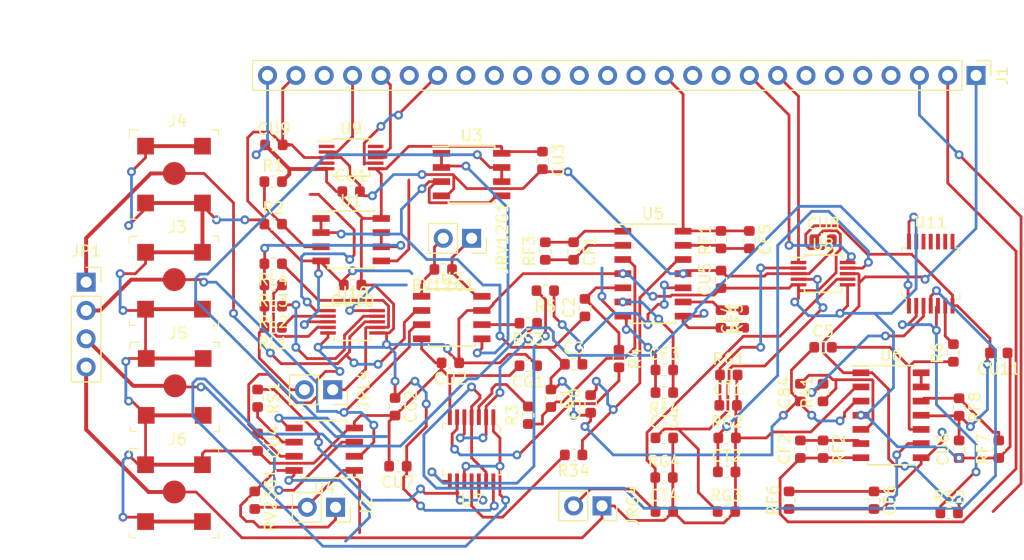
<source format=kicad_pcb>
(kicad_pcb (version 20171130) (host pcbnew 5.1.2-f72e74a~84~ubuntu18.04.1)
  (layers (0 F.Cu signal) (31 B.Cu signal) (34 B.Paste user) (35 F.Paste user) (36 B.SilkS user) (37 F.SilkS user) (38 B.Mask user) (39 F.Mask user) (44 Edge.Cuts user))
  (net 0 "")
  (net 1 GNDREF)
  (net 2 "Net-(C1-Pad2)")
  (net 3 "Net-(C2-Pad2)")
  (net 4 "Net-(C3-Pad2)")
  (net 5 "Net-(C5-Pad2)")
  (net 6 "Net-(C50-Pad2)")
  (net 7 "Net-(C84-Pad2)")
  (net 8 "Net-(CF1-Pad2)")
  (net 9 V12B)
  (net 10 TIB)
  (net 11 "Net-(CF2-Pad2)")
  (net 12 "Net-(CF3-Pad2)")
  (net 13 V12C)
  (net 14 "Net-(CF4-Pad2)")
  (net 15 V23B)
  (net 16 "Net-(CF5-Pad2)")
  (net 17 V23C)
  (net 18 TIC)
  (net 19 "Net-(CF6-Pad2)")
  (net 20 GND)
  (net 21 VCC)
  (net 22 TG1)
  (net 23 P4)
  (net 24 TG2)
  (net 25 TG3)
  (net 26 TG4)
  (net 27 V12A)
  (net 28 P1)
  (net 29 P3)
  (net 30 RL4)
  (net 31 "Net-(JRL4-Pad2)")
  (net 32 "Net-(JRV12G1-Pad2)")
  (net 33 "Net-(JRV12G1-Pad1)")
  (net 34 TIA)
  (net 35 VIN3)
  (net 36 "Net-(R1-Pad1)")
  (net 37 "Net-(RF7-Pad2)")
  (net 38 V23A)
  (net 39 "Net-(U2-Pad5)")
  (net 40 "Net-(U3-Pad6)")
  (net 41 PWM1)
  (net 42 PWM2)
  (net 43 VIN1)
  (net 44 VIN2)
  (net 45 RL1)
  (net 46 RL2)
  (net 47 RL3)
  (net 48 VIND)
  (net 49 "Net-(U6-Pad13)")
  (net 50 RGB)
  (net 51 MUXGA)
  (net 52 MUXRA)
  (net 53 MUXVA)
  (net 54 RGA)
  (net 55 MUXGB)
  (net 56 MUXRB)
  (net 57 MUXVB)
  (net 58 VIN4)
  (net 59 "Net-(R3-Pad2)")
  (net 60 "Net-(R4-Pad2)")
  (net 61 "Net-(R5-Pad2)")
  (net 62 "Net-(R6-Pad2)")
  (net 63 "Net-(R34-Pad2)")
  (net 64 "Net-(R41-Pad2)")
  (net 65 "Net-(RS1-Pad1)")
  (net 66 "Net-(RS2-Pad1)")
  (net 67 "Net-(RS3-Pad1)")
  (net 68 P2)
  (module digikey-footprints:TSSOP-14_W4.4mm (layer F.Cu) (at 91.44 140.208 180)
    (fp_text reference U7 (at 0 -4.6) (layer F.SilkS))
    (fp_text value tmux1511)
    (pad 8 smd rect (at 1.95 -2.875 180) (size 0.35 1.4) (layers F.Cu F.Paste F.Mask) (net 61 "Net-(R5-Pad2)"))
    (pad 9 smd rect (at 1.3 -2.875 180) (size 0.35 1.4) (layers F.Cu F.Paste F.Mask) (net 65 "Net-(RS1-Pad1)"))
    (pad 10 smd rect (at 0.65 -2.875 180) (size 0.35 1.4) (layers F.Cu F.Paste F.Mask) (net 41 PWM1))
    (pad 11 smd rect (at 0 -2.875 180) (size 0.35 1.4) (layers F.Cu F.Paste F.Mask) (net 63 "Net-(R34-Pad2)"))
    (pad 12 smd rect (at -0.65 -2.875 180) (size 0.35 1.4) (layers F.Cu F.Paste F.Mask) (net 65 "Net-(RS1-Pad1)"))
    (pad 13 smd rect (at -1.3 -2.875 180) (size 0.35 1.4) (layers F.Cu F.Paste F.Mask) (net 42 PWM2))
    (pad 14 smd rect (at -1.95 -2.875 180) (size 0.35 1.4) (layers F.Cu F.Paste F.Mask) (net 21 VCC))
    (pad 7 smd rect (at 1.95 2.875 180) (size 0.35 1.4) (layers F.Cu F.Paste F.Mask) (net 20 GND))
    (pad 6 smd rect (at 1.3 2.875 180) (size 0.35 1.4) (layers F.Cu F.Paste F.Mask) (net 60 "Net-(R4-Pad2)"))
    (pad 5 smd rect (at 0.65 2.875 180) (size 0.35 1.4) (layers F.Cu F.Paste F.Mask) (net 67 "Net-(RS3-Pad1)"))
    (pad 4 smd rect (at 0 2.875 180) (size 0.35 1.4) (layers F.Cu F.Paste F.Mask) (net 42 PWM2))
    (pad 3 smd rect (at -0.65 2.875 180) (size 0.35 1.4) (layers F.Cu F.Paste F.Mask) (net 59 "Net-(R3-Pad2)"))
    (pad 2 smd rect (at -1.3 2.875 180) (size 0.35 1.4) (layers F.Cu F.Paste F.Mask) (net 67 "Net-(RS3-Pad1)"))
    (pad 1 smd rect (at -1.95 2.875 180) (size 0.35 1.4) (layers F.Cu F.Paste F.Mask) (net 41 PWM1))
  )
  (module Capacitor_SMD:C_0603_1608Metric (layer F.Cu) (at 80.772 125.476 180)
    (fp_text reference CU10 (at 0 -1.43 180) (layer F.SilkS))
    (fp_text value 0.1uF)
    (pad 2 smd roundrect (at 0.7875 0 180) (size 0.875 0.95) (layers F.Cu F.Paste F.Mask) (net 20 GND))
    (pad 1 smd roundrect (at -0.7875 0 180) (size 0.875 0.95) (layers F.Cu F.Paste F.Mask) (net 21 VCC))
  )
  (module Capacitor_SMD:C_0603_1608Metric (layer F.Cu) (at 98.552 135.636 270)
    (fp_text reference C1 (at 0 -1.43 270) (layer F.SilkS))
    (fp_text value "1 nF")
    (pad 1 smd roundrect (at -0.7875 0 270) (size 0.875 0.95) (layers F.Cu F.Paste F.Mask) (net 1 GNDREF))
    (pad 2 smd roundrect (at 0.7875 0 270) (size 0.875 0.95) (layers F.Cu F.Paste F.Mask) (net 2 "Net-(C1-Pad2)"))
  )
  (module Capacitor_SMD:C_0603_1608Metric (layer F.Cu) (at 101.6 127.508 90)
    (fp_text reference C2 (at 0 -1.43 90) (layer F.SilkS))
    (fp_text value "1 nF")
    (pad 1 smd roundrect (at -0.7875 0 90) (size 0.875 0.95) (layers F.Cu F.Paste F.Mask) (net 1 GNDREF))
    (pad 2 smd roundrect (at 0.7875 0 90) (size 0.875 0.95) (layers F.Cu F.Paste F.Mask) (net 3 "Net-(C2-Pad2)"))
  )
  (module Capacitor_SMD:C_0603_1608Metric (layer F.Cu) (at 100.584 132.588)
    (fp_text reference C3 (at 0 -1.43) (layer F.SilkS))
    (fp_text value "1 nF")
    (pad 1 smd roundrect (at -0.7875 0) (size 0.875 0.95) (layers F.Cu F.Paste F.Mask) (net 1 GNDREF))
    (pad 2 smd roundrect (at 0.7875 0) (size 0.875 0.95) (layers F.Cu F.Paste F.Mask) (net 4 "Net-(C3-Pad2)"))
  )
  (module Capacitor_SMD:C_0603_1608Metric (layer F.Cu) (at 122.936 131.064)
    (fp_text reference C5 (at 0 -1.43) (layer F.SilkS))
    (fp_text value 1nF)
    (pad 2 smd roundrect (at 0.7875 0) (size 0.875 0.95) (layers F.Cu F.Paste F.Mask) (net 5 "Net-(C5-Pad2)"))
    (pad 1 smd roundrect (at -0.7875 0) (size 0.875 0.95) (layers F.Cu F.Paste F.Mask) (net 1 GNDREF))
  )
  (module Capacitor_SMD:C_0603_1608Metric (layer F.Cu) (at 102.108 136.144 90)
    (fp_text reference C50 (at 0 -1.43 90) (layer F.SilkS))
    (fp_text value "1 nF")
    (pad 1 smd roundrect (at -0.7875 0 90) (size 0.875 0.95) (layers F.Cu F.Paste F.Mask) (net 1 GNDREF))
    (pad 2 smd roundrect (at 0.7875 0 90) (size 0.875 0.95) (layers F.Cu F.Paste F.Mask) (net 6 "Net-(C50-Pad2)"))
  )
  (module Capacitor_SMD:C_0603_1608Metric (layer F.Cu) (at 120.904 135.128 90)
    (fp_text reference C84 (at 0 -1.43 270) (layer F.SilkS))
    (fp_text value 1nF)
    (pad 2 smd roundrect (at 0.7875 0 90) (size 0.875 0.95) (layers F.Cu F.Paste F.Mask) (net 7 "Net-(C84-Pad2)"))
    (pad 1 smd roundrect (at -0.7875 0 90) (size 0.875 0.95) (layers F.Cu F.Paste F.Mask) (net 1 GNDREF))
  )
  (module Capacitor_SMD:C_0603_1608Metric (layer F.Cu) (at 100.584 122.428 270)
    (fp_text reference CF1 (at 0 -1.43 90) (layer F.SilkS))
    (fp_text value 1nF)
    (pad 2 smd roundrect (at 0.7875 0 270) (size 0.875 0.95) (layers F.Cu F.Paste F.Mask) (net 8 "Net-(CF1-Pad2)"))
    (pad 1 smd roundrect (at -0.7875 0 270) (size 0.875 0.95) (layers F.Cu F.Paste F.Mask) (net 9 V12B))
  )
  (module Capacitor_SMD:C_0603_1608Metric (layer F.Cu) (at 120.904 140.208 90)
    (fp_text reference CF2 (at 0 -1.43 90) (layer F.SilkS))
    (fp_text value 1nF)
    (pad 1 smd roundrect (at -0.7875 0 90) (size 0.875 0.95) (layers F.Cu F.Paste F.Mask) (net 10 TIB))
    (pad 2 smd roundrect (at 0.7875 0 90) (size 0.875 0.95) (layers F.Cu F.Paste F.Mask) (net 11 "Net-(CF2-Pad2)"))
  )
  (module Capacitor_SMD:C_0603_1608Metric (layer F.Cu) (at 108.712 133.096)
    (fp_text reference CF3 (at 0 -1.43) (layer F.SilkS))
    (fp_text value 1nF)
    (pad 2 smd roundrect (at 0.7875 0) (size 0.875 0.95) (layers F.Cu F.Paste F.Mask) (net 12 "Net-(CF3-Pad2)"))
    (pad 1 smd roundrect (at -0.7875 0) (size 0.875 0.95) (layers F.Cu F.Paste F.Mask) (net 13 V12C))
  )
  (module Capacitor_SMD:C_0603_1608Metric (layer F.Cu) (at 115.824 128.524 90)
    (fp_text reference CF4 (at 0 -1.43 90) (layer F.SilkS))
    (fp_text value 1nF)
    (pad 2 smd roundrect (at 0.7875 0 90) (size 0.875 0.95) (layers F.Cu F.Paste F.Mask) (net 14 "Net-(CF4-Pad2)"))
    (pad 1 smd roundrect (at -0.7875 0 90) (size 0.875 0.95) (layers F.Cu F.Paste F.Mask) (net 15 V23B))
  )
  (module Capacitor_SMD:C_0603_1608Metric (layer F.Cu) (at 116.332 121.412 270)
    (fp_text reference CF5 (at 0 -1.43 90) (layer F.SilkS))
    (fp_text value 1nF)
    (pad 2 smd roundrect (at 0.7875 0 270) (size 0.875 0.95) (layers F.Cu F.Paste F.Mask) (net 16 "Net-(CF5-Pad2)"))
    (pad 1 smd roundrect (at -0.7875 0 270) (size 0.875 0.95) (layers F.Cu F.Paste F.Mask) (net 17 V23C))
  )
  (module Capacitor_SMD:C_0603_1608Metric (layer F.Cu) (at 127.508 144.78 270)
    (fp_text reference CF6 (at 0 -1.43 90) (layer F.SilkS))
    (fp_text value 1nF)
    (pad 1 smd roundrect (at -0.7875 0 270) (size 0.875 0.95) (layers F.Cu F.Paste F.Mask) (net 18 TIC))
    (pad 2 smd roundrect (at 0.7875 0 270) (size 0.875 0.95) (layers F.Cu F.Paste F.Mask) (net 19 "Net-(CF6-Pad2)"))
  )
  (module Capacitor_SMD:C_0603_1608Metric (layer F.Cu) (at 96.52 132.715 180)
    (fp_text reference CG1 (at 0 -1.43) (layer F.SilkS))
    (fp_text value 10uF)
    (pad 2 smd roundrect (at 0.7875 0 180) (size 0.875 0.95) (layers F.Cu F.Paste F.Mask) (net 20 GND))
    (pad 1 smd roundrect (at -0.7875 0 180) (size 0.875 0.95) (layers F.Cu F.Paste F.Mask) (net 21 VCC))
  )
  (module Capacitor_SMD:C_0603_1608Metric (layer F.Cu) (at 84.582 136.398 270)
    (fp_text reference CG2 (at 0 -1.43 270) (layer F.SilkS))
    (fp_text value 10uF)
    (pad 2 smd roundrect (at 0.7875 0 270) (size 0.875 0.95) (layers F.Cu F.Paste F.Mask) (net 20 GND))
    (pad 1 smd roundrect (at -0.7875 0 270) (size 0.875 0.95) (layers F.Cu F.Paste F.Mask) (net 21 VCC))
  )
  (module Capacitor_SMD:C_0603_1608Metric (layer F.Cu) (at 114.427 136.271)
    (fp_text reference CT1 (at 0 -1.43) (layer F.SilkS))
    (fp_text value 1nF)
    (pad 1 smd roundrect (at -0.7875 0) (size 0.875 0.95) (layers F.Cu F.Paste F.Mask) (net 22 TG1))
    (pad 2 smd roundrect (at 0.7875 0) (size 0.875 0.95) (layers F.Cu F.Paste F.Mask) (net 23 P4))
  )
  (module Capacitor_SMD:C_0603_1608Metric (layer F.Cu) (at 114.3 142.24)
    (fp_text reference CT2 (at 0 -1.43) (layer F.SilkS))
    (fp_text value 1nF)
    (pad 1 smd roundrect (at -0.7875 0) (size 0.875 0.95) (layers F.Cu F.Paste F.Mask) (net 24 TG2))
    (pad 2 smd roundrect (at 0.7875 0) (size 0.875 0.95) (layers F.Cu F.Paste F.Mask) (net 23 P4))
  )
  (module Capacitor_SMD:C_0603_1608Metric (layer F.Cu) (at 108.712 139.192)
    (fp_text reference CT3 (at 0 -1.43) (layer F.SilkS))
    (fp_text value 1nF)
    (pad 2 smd roundrect (at 0.7875 0) (size 0.875 0.95) (layers F.Cu F.Paste F.Mask) (net 23 P4))
    (pad 1 smd roundrect (at -0.7875 0) (size 0.875 0.95) (layers F.Cu F.Paste F.Mask) (net 25 TG3))
  )
  (module Capacitor_SMD:C_0603_1608Metric (layer F.Cu) (at 108.712 145.796)
    (fp_text reference CT4 (at 0 -1.43 180) (layer F.SilkS))
    (fp_text value 1nF)
    (pad 1 smd roundrect (at -0.7875 0) (size 0.875 0.95) (layers F.Cu F.Paste F.Mask) (net 26 TG4))
    (pad 2 smd roundrect (at 0.7875 0) (size 0.875 0.95) (layers F.Cu F.Paste F.Mask) (net 23 P4))
  )
  (module Capacitor_SMD:C_0603_1608Metric (layer F.Cu) (at 80.645 117.094)
    (fp_text reference CU1 (at 0 -1.43) (layer F.SilkS))
    (fp_text value 0.1uF)
    (pad 2 smd roundrect (at 0.7875 0) (size 0.875 0.95) (layers F.Cu F.Paste F.Mask) (net 20 GND))
    (pad 1 smd roundrect (at -0.7875 0) (size 0.875 0.95) (layers F.Cu F.Paste F.Mask) (net 21 VCC))
  )
  (module Capacitor_SMD:C_0603_1608Metric (layer F.Cu) (at 89.535 132.461 180)
    (fp_text reference CU2 (at 0 -1.43 180) (layer F.SilkS))
    (fp_text value 0.1uF)
    (pad 2 smd roundrect (at 0.7875 0 180) (size 0.875 0.95) (layers F.Cu F.Paste F.Mask) (net 20 GND))
    (pad 1 smd roundrect (at -0.7875 0 180) (size 0.875 0.95) (layers F.Cu F.Paste F.Mask) (net 21 VCC))
  )
  (module Capacitor_SMD:C_0603_1608Metric (layer F.Cu) (at 97.79 114.3 270)
    (fp_text reference CU3 (at 0 -1.43 90) (layer F.SilkS))
    (fp_text value 0.1uF)
    (pad 1 smd roundrect (at -0.7875 0 270) (size 0.875 0.95) (layers F.Cu F.Paste F.Mask) (net 21 VCC))
    (pad 2 smd roundrect (at 0.7875 0 270) (size 0.875 0.95) (layers F.Cu F.Paste F.Mask) (net 20 GND))
  )
  (module Capacitor_SMD:C_0603_1608Metric (layer F.Cu) (at 72.263 139.573 270)
    (fp_text reference CU4 (at 0 -1.43 90) (layer F.SilkS))
    (fp_text value 0.1uF)
    (pad 2 smd roundrect (at 0.7875 0 270) (size 0.875 0.95) (layers F.Cu F.Paste F.Mask) (net 20 GND))
    (pad 1 smd roundrect (at -0.7875 0 270) (size 0.875 0.95) (layers F.Cu F.Paste F.Mask) (net 21 VCC))
  )
  (module Capacitor_SMD:C_0603_1608Metric (layer F.Cu) (at 113.792 124.968 90)
    (fp_text reference CU5 (at 0 -1.43 270) (layer F.SilkS))
    (fp_text value 0.1uF)
    (pad 1 smd roundrect (at -0.7875 0 90) (size 0.875 0.95) (layers F.Cu F.Paste F.Mask) (net 21 VCC))
    (pad 2 smd roundrect (at 0.7875 0 90) (size 0.875 0.95) (layers F.Cu F.Paste F.Mask) (net 20 GND))
  )
  (module Capacitor_SMD:C_0603_1608Metric (layer F.Cu) (at 135.128 140.208 90)
    (fp_text reference CU6 (at 0 -1.43 270) (layer F.SilkS))
    (fp_text value 0.1uF)
    (pad 2 smd roundrect (at 0.7875 0 90) (size 0.875 0.95) (layers F.Cu F.Paste F.Mask) (net 20 GND))
    (pad 1 smd roundrect (at -0.7875 0 90) (size 0.875 0.95) (layers F.Cu F.Paste F.Mask) (net 21 VCC))
  )
  (module Capacitor_SMD:C_0603_1608Metric (layer F.Cu) (at 84.836 141.732 180)
    (fp_text reference CU7 (at 0 -1.43 180) (layer F.SilkS))
    (fp_text value 0.1uF)
    (pad 1 smd roundrect (at -0.7875 0 180) (size 0.875 0.95) (layers F.Cu F.Paste F.Mask) (net 21 VCC))
    (pad 2 smd roundrect (at 0.7875 0 180) (size 0.875 0.95) (layers F.Cu F.Paste F.Mask) (net 20 GND))
  )
  (module Capacitor_SMD:C_0603_1608Metric (layer F.Cu) (at 122.936 121.412)
    (fp_text reference CU8 (at 0 -1.43) (layer F.SilkS))
    (fp_text value 0.1uF)
    (pad 1 smd roundrect (at -0.7875 0) (size 0.875 0.95) (layers F.Cu F.Paste F.Mask) (net 21 VCC))
    (pad 2 smd roundrect (at 0.7875 0) (size 0.875 0.95) (layers F.Cu F.Paste F.Mask) (net 20 GND))
  )
  (module Capacitor_SMD:C_0603_1608Metric (layer F.Cu) (at 73.7235 112.903)
    (fp_text reference CU9 (at 0 -1.43) (layer F.SilkS))
    (fp_text value 0.1uF)
    (pad 1 smd roundrect (at -0.7875 0) (size 0.875 0.95) (layers F.Cu F.Paste F.Mask) (net 21 VCC))
    (pad 2 smd roundrect (at 0.7875 0) (size 0.875 0.95) (layers F.Cu F.Paste F.Mask) (net 20 GND))
  )
  (module Connector_PinSocket_2.54mm:PinSocket_1x02_P2.54mm_Vertical (layer F.Cu) (at 103.124 145.288 270)
    (fp_text reference JRG4 (at 0 -2.77 90) (layer F.SilkS))
    (fp_text value Conn_01x02)
    (pad 2 thru_hole oval (at 0 2.54 270) (size 1.7 1.7) (drill 1) (layers *.Cu *.Mask) (net 26 TG4))
    (pad 1 thru_hole rect (at 0 0 270) (size 1.7 1.7) (drill 1) (layers *.Cu *.Mask) (net 23 P4))
  )
  (module Connector_PinSocket_2.54mm:PinSocket_1x02_P2.54mm_Vertical (layer F.Cu) (at 78.994 134.874 270)
    (fp_text reference JRL4 (at 0 -2.77 270) (layer F.SilkS))
    (fp_text value Conn_01x02)
    (pad 1 thru_hole rect (at 0 0 270) (size 1.7 1.7) (drill 1) (layers *.Cu *.Mask) (net 30 RL4))
    (pad 2 thru_hole oval (at 0 2.54 270) (size 1.7 1.7) (drill 1) (layers *.Cu *.Mask) (net 31 "Net-(JRL4-Pad2)"))
  )
  (module Connector_PinSocket_2.54mm:PinSocket_1x02_P2.54mm_Vertical (layer F.Cu) (at 91.44 121.285 270)
    (fp_text reference JRV12G1 (at 0 -2.77 270) (layer F.SilkS))
    (fp_text value Conn_01x02)
    (pad 2 thru_hole oval (at 0 2.54 270) (size 1.7 1.7) (drill 1) (layers *.Cu *.Mask) (net 32 "Net-(JRV12G1-Pad2)"))
    (pad 1 thru_hole rect (at 0 0 270) (size 1.7 1.7) (drill 1) (layers *.Cu *.Mask) (net 33 "Net-(JRV12G1-Pad1)"))
  )
  (module Resistor_SMD:R_0603_1608Metric (layer F.Cu) (at 73.66 116.205)
    (fp_text reference R1 (at 0 -1.43) (layer F.SilkS))
    (fp_text value R)
    (pad 2 smd roundrect (at 0.7875 0) (size 0.875 0.95) (layers F.Cu F.Paste F.Mask) (net 21 VCC))
    (pad 1 smd roundrect (at -0.7875 0) (size 0.875 0.95) (layers F.Cu F.Paste F.Mask) (net 36 "Net-(R1-Pad1)"))
  )
  (module Resistor_SMD:R_0603_1608Metric (layer F.Cu) (at 73.66 120.015)
    (fp_text reference R2 (at 0 -1.43 180) (layer F.SilkS))
    (fp_text value R)
    (pad 2 smd roundrect (at 0.7875 0) (size 0.875 0.95) (layers F.Cu F.Paste F.Mask) (net 36 "Net-(R1-Pad1)"))
    (pad 1 smd roundrect (at -0.7875 0) (size 0.875 0.95) (layers F.Cu F.Paste F.Mask) (net 20 GND))
  )
  (module Resistor_SMD:R_0603_1608Metric (layer F.Cu) (at 96.52 137.16 90)
    (fp_text reference R3 (at 0 -1.43 90) (layer F.SilkS))
    (fp_text value 430)
    (pad 1 smd roundrect (at -0.7875 0 90) (size 0.875 0.95) (layers F.Cu F.Paste F.Mask) (net 2 "Net-(C1-Pad2)"))
    (pad 2 smd roundrect (at 0.7875 0 90) (size 0.875 0.95) (layers F.Cu F.Paste F.Mask) (net 59 "Net-(R3-Pad2)"))
  )
  (module Resistor_SMD:R_0603_1608Metric (layer F.Cu) (at 104.648 132.08 270)
    (fp_text reference R4 (at 0 -1.43 270) (layer F.SilkS))
    (fp_text value 430)
    (pad 1 smd roundrect (at -0.7875 0 270) (size 0.875 0.95) (layers F.Cu F.Paste F.Mask) (net 3 "Net-(C2-Pad2)"))
    (pad 2 smd roundrect (at 0.7875 0 270) (size 0.875 0.95) (layers F.Cu F.Paste F.Mask) (net 60 "Net-(R4-Pad2)"))
  )
  (module Resistor_SMD:R_0603_1608Metric (layer F.Cu) (at 98.044 125.984 180)
    (fp_text reference R5 (at 0 -1.43 180) (layer F.SilkS))
    (fp_text value 430)
    (pad 2 smd roundrect (at 0.7875 0 180) (size 0.875 0.95) (layers F.Cu F.Paste F.Mask) (net 61 "Net-(R5-Pad2)"))
    (pad 1 smd roundrect (at -0.7875 0 180) (size 0.875 0.95) (layers F.Cu F.Paste F.Mask) (net 4 "Net-(C3-Pad2)"))
  )
  (module Resistor_SMD:R_0603_1608Metric (layer F.Cu) (at 134.62 131.572 90)
    (fp_text reference R6 (at 0 -1.43 90) (layer F.SilkS))
    (fp_text value 430)
    (pad 1 smd roundrect (at -0.7875 0 90) (size 0.875 0.95) (layers F.Cu F.Paste F.Mask) (net 5 "Net-(C5-Pad2)"))
    (pad 2 smd roundrect (at 0.7875 0 90) (size 0.875 0.95) (layers F.Cu F.Paste F.Mask) (net 62 "Net-(R6-Pad2)"))
  )
  (module Resistor_SMD:R_0603_1608Metric (layer F.Cu) (at 100.584 140.716 180)
    (fp_text reference R34 (at 0 -1.43 180) (layer F.SilkS))
    (fp_text value 430)
    (pad 1 smd roundrect (at -0.7875 0 180) (size 0.875 0.95) (layers F.Cu F.Paste F.Mask) (net 6 "Net-(C50-Pad2)"))
    (pad 2 smd roundrect (at 0.7875 0 180) (size 0.875 0.95) (layers F.Cu F.Paste F.Mask) (net 63 "Net-(R34-Pad2)"))
  )
  (module Resistor_SMD:R_0603_1608Metric (layer F.Cu) (at 122.936 135.128 90)
    (fp_text reference R41 (at 0 -1.43 270) (layer F.SilkS))
    (fp_text value 430)
    (pad 2 smd roundrect (at 0.7875 0 90) (size 0.875 0.95) (layers F.Cu F.Paste F.Mask) (net 64 "Net-(R41-Pad2)"))
    (pad 1 smd roundrect (at -0.7875 0 90) (size 0.875 0.95) (layers F.Cu F.Paste F.Mask) (net 7 "Net-(C84-Pad2)"))
  )
  (module Resistor_SMD:R_0603_1608Metric (layer F.Cu) (at 113.792 121.412 90)
    (fp_text reference RF1 (at 0 -1.43 90) (layer F.SilkS))
    (fp_text value 1K)
    (pad 2 smd roundrect (at 0.7875 0 90) (size 0.875 0.95) (layers F.Cu F.Paste F.Mask) (net 17 V23C))
    (pad 1 smd roundrect (at -0.7875 0 90) (size 0.875 0.95) (layers F.Cu F.Paste F.Mask) (net 16 "Net-(CF5-Pad2)"))
  )
  (module Resistor_SMD:R_0603_1608Metric (layer F.Cu) (at 122.936 140.208 270)
    (fp_text reference RF2 (at 0 -1.43 270) (layer F.SilkS))
    (fp_text value 1K)
    (pad 1 smd roundrect (at -0.7875 0 270) (size 0.875 0.95) (layers F.Cu F.Paste F.Mask) (net 11 "Net-(CF2-Pad2)"))
    (pad 2 smd roundrect (at 0.7875 0 270) (size 0.875 0.95) (layers F.Cu F.Paste F.Mask) (net 10 TIB))
  )
  (module Resistor_SMD:R_0603_1608Metric (layer F.Cu) (at 98.044 122.428 90)
    (fp_text reference RF3 (at 0 -1.43 90) (layer F.SilkS))
    (fp_text value 1K)
    (pad 2 smd roundrect (at 0.7875 0 90) (size 0.875 0.95) (layers F.Cu F.Paste F.Mask) (net 9 V12B))
    (pad 1 smd roundrect (at -0.7875 0 90) (size 0.875 0.95) (layers F.Cu F.Paste F.Mask) (net 8 "Net-(CF1-Pad2)"))
  )
  (module Resistor_SMD:R_0603_1608Metric (layer F.Cu) (at 108.712 135.128 180)
    (fp_text reference RF4 (at 0 -1.43 180) (layer F.SilkS))
    (fp_text value 1K)
    (pad 2 smd roundrect (at 0.7875 0 180) (size 0.875 0.95) (layers F.Cu F.Paste F.Mask) (net 13 V12C))
    (pad 1 smd roundrect (at -0.7875 0 180) (size 0.875 0.95) (layers F.Cu F.Paste F.Mask) (net 12 "Net-(CF3-Pad2)"))
  )
  (module Resistor_SMD:R_0603_1608Metric (layer F.Cu) (at 113.792 128.524 270)
    (fp_text reference RF5 (at 0 -1.43 270) (layer F.SilkS))
    (fp_text value 1K)
    (pad 1 smd roundrect (at -0.7875 0 270) (size 0.875 0.95) (layers F.Cu F.Paste F.Mask) (net 14 "Net-(CF4-Pad2)"))
    (pad 2 smd roundrect (at 0.7875 0 270) (size 0.875 0.95) (layers F.Cu F.Paste F.Mask) (net 15 V23B))
  )
  (module Resistor_SMD:R_0603_1608Metric (layer F.Cu) (at 119.888 144.78 90)
    (fp_text reference RF6 (at 0 -1.43 270) (layer F.SilkS))
    (fp_text value 1K)
    (pad 2 smd roundrect (at 0.7875 0 90) (size 0.875 0.95) (layers F.Cu F.Paste F.Mask) (net 18 TIC))
    (pad 1 smd roundrect (at -0.7875 0 90) (size 0.875 0.95) (layers F.Cu F.Paste F.Mask) (net 19 "Net-(CF6-Pad2)"))
  )
  (module Resistor_SMD:R_0603_1608Metric (layer F.Cu) (at 138.684 140.208 90)
    (fp_text reference RF7 (at 0 -1.43 270) (layer F.SilkS))
    (fp_text value 1K)
    (pad 2 smd roundrect (at 0.7875 0 90) (size 0.875 0.95) (layers F.Cu F.Paste F.Mask) (net 37 "Net-(RF7-Pad2)"))
    (pad 1 smd roundrect (at -0.7875 0 90) (size 0.875 0.95) (layers F.Cu F.Paste F.Mask) (net 21 VCC))
  )
  (module Resistor_SMD:R_0603_1608Metric (layer F.Cu) (at 135.128 136.4235 270)
    (fp_text reference RF8 (at 0 -1.43 270) (layer F.SilkS))
    (fp_text value 1K)
    (pad 1 smd roundrect (at -0.7875 0 270) (size 0.875 0.95) (layers F.Cu F.Paste F.Mask) (net 37 "Net-(RF7-Pad2)"))
    (pad 2 smd roundrect (at 0.7875 0 270) (size 0.875 0.95) (layers F.Cu F.Paste F.Mask) (net 20 GND))
  )
  (module Resistor_SMD:R_0603_1608Metric (layer F.Cu) (at 114.4905 133.5405)
    (fp_text reference RG1 (at 0 -1.43) (layer F.SilkS))
    (fp_text value R47)
    (pad 2 smd roundrect (at 0.7875 0) (size 0.875 0.95) (layers F.Cu F.Paste F.Mask) (net 23 P4))
    (pad 1 smd roundrect (at -0.7875 0) (size 0.875 0.95) (layers F.Cu F.Paste F.Mask) (net 22 TG1))
  )
  (module Resistor_SMD:R_0603_1608Metric (layer F.Cu) (at 114.338 139.192)
    (fp_text reference RG2 (at 0 -1.43) (layer F.SilkS))
    (fp_text value R47)
    (pad 1 smd roundrect (at -0.7875 0) (size 0.875 0.95) (layers F.Cu F.Paste F.Mask) (net 24 TG2))
    (pad 2 smd roundrect (at 0.7875 0) (size 0.875 0.95) (layers F.Cu F.Paste F.Mask) (net 23 P4))
  )
  (module Resistor_SMD:R_0603_1608Metric (layer F.Cu) (at 114.2745 145.796)
    (fp_text reference RG3 (at 0 -1.43) (layer F.SilkS))
    (fp_text value R47)
    (pad 2 smd roundrect (at 0.7875 0) (size 0.875 0.95) (layers F.Cu F.Paste F.Mask) (net 23 P4))
    (pad 1 smd roundrect (at -0.7875 0) (size 0.875 0.95) (layers F.Cu F.Paste F.Mask) (net 25 TG3))
  )
  (module Resistor_SMD:R_0603_1608Metric (layer F.Cu) (at 108.6865 142.748)
    (fp_text reference RG4 (at 0 -1.43) (layer F.SilkS))
    (fp_text value R47)
    (pad 1 smd roundrect (at -0.7875 0) (size 0.875 0.95) (layers F.Cu F.Paste F.Mask) (net 26 TG4))
    (pad 2 smd roundrect (at 0.7875 0) (size 0.875 0.95) (layers F.Cu F.Paste F.Mask) (net 23 P4))
  )
  (module Resistor_SMD:R_0603_1608Metric (layer F.Cu) (at 73.66 129.286 180)
    (fp_text reference RL1 (at 0 -1.43) (layer F.SilkS))
    (fp_text value R)
    (pad 1 smd roundrect (at -0.7875 0 180) (size 0.875 0.95) (layers F.Cu F.Paste F.Mask) (net 45 RL1))
    (pad 2 smd roundrect (at 0.7875 0 180) (size 0.875 0.95) (layers F.Cu F.Paste F.Mask) (net 31 "Net-(JRL4-Pad2)"))
  )
  (module Resistor_SMD:R_0603_1608Metric (layer F.Cu) (at 73.66 127.381 180)
    (fp_text reference RL2 (at 0 -1.43) (layer F.SilkS))
    (fp_text value R)
    (pad 1 smd roundrect (at -0.7875 0 180) (size 0.875 0.95) (layers F.Cu F.Paste F.Mask) (net 46 RL2))
    (pad 2 smd roundrect (at 0.7875 0 180) (size 0.875 0.95) (layers F.Cu F.Paste F.Mask) (net 31 "Net-(JRL4-Pad2)"))
  )
  (module Resistor_SMD:R_0603_1608Metric (layer F.Cu) (at 73.66 125.476 180)
    (fp_text reference RL3 (at 0 -1.43) (layer F.SilkS))
    (fp_text value R)
    (pad 1 smd roundrect (at -0.7875 0 180) (size 0.875 0.95) (layers F.Cu F.Paste F.Mask) (net 47 RL3))
    (pad 2 smd roundrect (at 0.7875 0 180) (size 0.875 0.95) (layers F.Cu F.Paste F.Mask) (net 31 "Net-(JRL4-Pad2)"))
  )
  (module Resistor_SMD:R_0603_1608Metric (layer F.Cu) (at 72.263 135.636 270)
    (fp_text reference RS1 (at 0 -1.43 270) (layer F.SilkS))
    (fp_text value 430)
    (pad 2 smd roundrect (at 0.7875 0 270) (size 0.875 0.95) (layers F.Cu F.Paste F.Mask) (net 38 V23A))
    (pad 1 smd roundrect (at -0.7875 0 270) (size 0.875 0.95) (layers F.Cu F.Paste F.Mask) (net 65 "Net-(RS1-Pad1)"))
  )
  (module Resistor_SMD:R_0603_1608Metric (layer F.Cu) (at 134.239 145.923)
    (fp_text reference RS2 (at 0 -1.43) (layer F.SilkS))
    (fp_text value 430)
    (pad 1 smd roundrect (at -0.7875 0) (size 0.875 0.95) (layers F.Cu F.Paste F.Mask) (net 66 "Net-(RS2-Pad1)"))
    (pad 2 smd roundrect (at 0.7875 0) (size 0.875 0.95) (layers F.Cu F.Paste F.Mask) (net 34 TIA))
  )
  (module Resistor_SMD:R_0603_1608Metric (layer F.Cu) (at 96.52 128.905 180)
    (fp_text reference RS3 (at 0 -1.43) (layer F.SilkS))
    (fp_text value 430)
    (pad 2 smd roundrect (at 0.7875 0 180) (size 0.875 0.95) (layers F.Cu F.Paste F.Mask) (net 27 V12A))
    (pad 1 smd roundrect (at -0.7875 0 180) (size 0.875 0.95) (layers F.Cu F.Paste F.Mask) (net 67 "Net-(RS3-Pad1)"))
  )
  (module Resistor_SMD:R_0603_1608Metric (layer F.Cu) (at 88.9 124.079 180)
    (fp_text reference RV12G1 (at 0 -1.43 180) (layer F.SilkS))
    (fp_text value R)
    (pad 1 smd roundrect (at -0.7875 0 180) (size 0.875 0.95) (layers F.Cu F.Paste F.Mask) (net 33 "Net-(JRV12G1-Pad1)"))
    (pad 2 smd roundrect (at 0.7875 0 180) (size 0.875 0.95) (layers F.Cu F.Paste F.Mask) (net 32 "Net-(JRV12G1-Pad2)"))
  )
  (module Resistor_SMD:R_0603_1608Metric (layer F.Cu) (at 72.009 144.78 270)
    (fp_text reference RV23G1 (at 0 -1.43 270) (layer F.SilkS))
    (fp_text value R)
    (pad 1 smd roundrect (at -0.7875 0 270) (size 0.875 0.95) (layers F.Cu F.Paste F.Mask) (net 50 RGB))
    (pad 2 smd roundrect (at 0.7875 0 270) (size 0.875 0.95) (layers F.Cu F.Paste F.Mask) (net 54 RGA))
  )
  (module Package_SO:SOIC-8_3.9x4.9mm_P1.27mm (layer F.Cu) (at 89.662 128.397)
    (fp_text reference U2 (at 0 -3.5) (layer F.SilkS))
    (fp_text value AD623)
    (pad 8 smd rect (at 2.7 -1.905) (size 1.55 0.6) (layers F.Cu F.Paste F.Mask) (net 33 "Net-(JRV12G1-Pad1)"))
    (pad 7 smd rect (at 2.7 -0.635) (size 1.55 0.6) (layers F.Cu F.Paste F.Mask) (net 21 VCC))
    (pad 6 smd rect (at 2.7 0.635) (size 1.55 0.6) (layers F.Cu F.Paste F.Mask) (net 27 V12A))
    (pad 5 smd rect (at 2.7 1.905) (size 1.55 0.6) (layers F.Cu F.Paste F.Mask) (net 39 "Net-(U2-Pad5)"))
    (pad 4 smd rect (at -2.7 1.905) (size 1.55 0.6) (layers F.Cu F.Paste F.Mask) (net 20 GND))
    (pad 3 smd rect (at -2.7 0.635) (size 1.55 0.6) (layers F.Cu F.Paste F.Mask) (net 68 P2))
    (pad 2 smd rect (at -2.7 -0.635) (size 1.55 0.6) (layers F.Cu F.Paste F.Mask) (net 28 P1))
    (pad 1 smd rect (at -2.7 -1.905) (size 1.55 0.6) (layers F.Cu F.Paste F.Mask) (net 32 "Net-(JRV12G1-Pad2)"))
  )
  (module Package_SO:SOIC-8_3.9x4.9mm_P1.27mm (layer F.Cu) (at 78.232 140.208 180)
    (fp_text reference U4 (at 0 -3.5) (layer F.SilkS))
    (fp_text value AD623)
    (pad 1 smd rect (at -2.7 -1.905 180) (size 1.55 0.6) (layers F.Cu F.Paste F.Mask) (net 54 RGA))
    (pad 2 smd rect (at -2.7 -0.635 180) (size 1.55 0.6) (layers F.Cu F.Paste F.Mask) (net 68 P2))
    (pad 3 smd rect (at -2.7 0.635 180) (size 1.55 0.6) (layers F.Cu F.Paste F.Mask) (net 29 P3))
    (pad 4 smd rect (at -2.7 1.905 180) (size 1.55 0.6) (layers F.Cu F.Paste F.Mask) (net 20 GND))
    (pad 5 smd rect (at 2.7 1.905 180) (size 1.55 0.6) (layers F.Cu F.Paste F.Mask) (net 40 "Net-(U3-Pad6)"))
    (pad 6 smd rect (at 2.7 0.635 180) (size 1.55 0.6) (layers F.Cu F.Paste F.Mask) (net 38 V23A))
    (pad 7 smd rect (at 2.7 -0.635 180) (size 1.55 0.6) (layers F.Cu F.Paste F.Mask) (net 21 VCC))
    (pad 8 smd rect (at 2.7 -1.905 180) (size 1.55 0.6) (layers F.Cu F.Paste F.Mask) (net 50 RGB))
  )
  (module Package_SO:SOIC-8_3.9x4.9mm_P1.27mm (layer F.Cu) (at 80.645 121.412)
    (fp_text reference U1 (at 0 -3.5) (layer F.SilkS))
    (fp_text value LMC6482)
    (pad 1 smd rect (at -2.7 -1.905) (size 1.55 0.6) (layers F.Cu F.Paste F.Mask) (net 1 GNDREF))
    (pad 2 smd rect (at -2.7 -0.635) (size 1.55 0.6) (layers F.Cu F.Paste F.Mask) (net 1 GNDREF))
    (pad 3 smd rect (at -2.7 0.635) (size 1.55 0.6) (layers F.Cu F.Paste F.Mask) (net 36 "Net-(R1-Pad1)"))
    (pad 4 smd rect (at -2.7 1.905) (size 1.55 0.6) (layers F.Cu F.Paste F.Mask) (net 20 GND))
    (pad 5 smd rect (at 2.7 1.905) (size 1.55 0.6) (layers F.Cu F.Paste F.Mask) (net 48 VIND))
    (pad 6 smd rect (at 2.7 0.635) (size 1.55 0.6) (layers F.Cu F.Paste F.Mask) (net 31 "Net-(JRL4-Pad2)"))
    (pad 7 smd rect (at 2.7 -0.635) (size 1.55 0.6) (layers F.Cu F.Paste F.Mask) (net 31 "Net-(JRL4-Pad2)"))
    (pad 8 smd rect (at 2.7 -1.905) (size 1.55 0.6) (layers F.Cu F.Paste F.Mask) (net 21 VCC))
  )
  (module Package_SO:SOIC-8_3.9x4.9mm_P1.27mm (layer F.Cu) (at 91.44 115.57)
    (fp_text reference U3 (at 0 -3.5) (layer F.SilkS))
    (fp_text value LMC6482)
    (pad 8 smd rect (at 2.7 -1.905) (size 1.55 0.6) (layers F.Cu F.Paste F.Mask) (net 21 VCC))
    (pad 7 smd rect (at 2.7 -0.635) (size 1.55 0.6) (layers F.Cu F.Paste F.Mask) (net 40 "Net-(U3-Pad6)"))
    (pad 6 smd rect (at 2.7 0.635) (size 1.55 0.6) (layers F.Cu F.Paste F.Mask) (net 40 "Net-(U3-Pad6)"))
    (pad 5 smd rect (at 2.7 1.905) (size 1.55 0.6) (layers F.Cu F.Paste F.Mask) (net 1 GNDREF))
    (pad 4 smd rect (at -2.7 1.905) (size 1.55 0.6) (layers F.Cu F.Paste F.Mask) (net 20 GND))
    (pad 3 smd rect (at -2.7 0.635) (size 1.55 0.6) (layers F.Cu F.Paste F.Mask) (net 1 GNDREF))
    (pad 2 smd rect (at -2.7 -0.635) (size 1.55 0.6) (layers F.Cu F.Paste F.Mask) (net 39 "Net-(U2-Pad5)"))
    (pad 1 smd rect (at -2.7 -1.905) (size 1.55 0.6) (layers F.Cu F.Paste F.Mask) (net 39 "Net-(U2-Pad5)"))
  )
  (module Package_SO:SOIC-14_3.9x8.7mm_P1.27mm (layer F.Cu) (at 107.696 124.46)
    (fp_text reference U5 (at 0 -5.375) (layer F.SilkS))
    (fp_text value LMC6484)
    (pad 14 smd rect (at 2.7 -3.81) (size 1.5 0.6) (layers F.Cu F.Paste F.Mask) (net 17 V23C))
    (pad 13 smd rect (at 2.7 -2.54) (size 1.5 0.6) (layers F.Cu F.Paste F.Mask) (net 16 "Net-(CF5-Pad2)"))
    (pad 12 smd rect (at 2.7 -1.27) (size 1.5 0.6) (layers F.Cu F.Paste F.Mask) (net 6 "Net-(C50-Pad2)"))
    (pad 11 smd rect (at 2.7 0) (size 1.5 0.6) (layers F.Cu F.Paste F.Mask) (net 20 GND))
    (pad 10 smd rect (at 2.7 1.27) (size 1.5 0.6) (layers F.Cu F.Paste F.Mask) (net 4 "Net-(C3-Pad2)"))
    (pad 9 smd rect (at 2.7 2.54) (size 1.5 0.6) (layers F.Cu F.Paste F.Mask) (net 14 "Net-(CF4-Pad2)"))
    (pad 8 smd rect (at 2.7 3.81) (size 1.5 0.6) (layers F.Cu F.Paste F.Mask) (net 15 V23B))
    (pad 7 smd rect (at -2.7 3.81) (size 1.5 0.6) (layers F.Cu F.Paste F.Mask) (net 13 V12C))
    (pad 6 smd rect (at -2.7 2.54) (size 1.5 0.6) (layers F.Cu F.Paste F.Mask) (net 12 "Net-(CF3-Pad2)"))
    (pad 5 smd rect (at -2.7 1.27) (size 1.5 0.6) (layers F.Cu F.Paste F.Mask) (net 3 "Net-(C2-Pad2)"))
    (pad 4 smd rect (at -2.7 0) (size 1.5 0.6) (layers F.Cu F.Paste F.Mask) (net 21 VCC))
    (pad 3 smd rect (at -2.7 -1.27) (size 1.5 0.6) (layers F.Cu F.Paste F.Mask) (net 2 "Net-(C1-Pad2)"))
    (pad 2 smd rect (at -2.7 -2.54) (size 1.5 0.6) (layers F.Cu F.Paste F.Mask) (net 8 "Net-(CF1-Pad2)"))
    (pad 1 smd rect (at -2.7 -3.81) (size 1.5 0.6) (layers F.Cu F.Paste F.Mask) (net 9 V12B))
  )
  (module Package_SO:SOIC-14_3.9x8.7mm_P1.27mm (layer F.Cu) (at 129.032 137.16)
    (fp_text reference U6 (at 0 -5.375) (layer F.SilkS))
    (fp_text value LMC6484)
    (pad 1 smd rect (at -2.7 -3.81) (size 1.5 0.6) (layers F.Cu F.Paste F.Mask) (net 34 TIA))
    (pad 2 smd rect (at -2.7 -2.54) (size 1.5 0.6) (layers F.Cu F.Paste F.Mask) (net 23 P4))
    (pad 3 smd rect (at -2.7 -1.27) (size 1.5 0.6) (layers F.Cu F.Paste F.Mask) (net 1 GNDREF))
    (pad 4 smd rect (at -2.7 0) (size 1.5 0.6) (layers F.Cu F.Paste F.Mask) (net 21 VCC))
    (pad 5 smd rect (at -2.7 1.27) (size 1.5 0.6) (layers F.Cu F.Paste F.Mask) (net 7 "Net-(C84-Pad2)"))
    (pad 6 smd rect (at -2.7 2.54) (size 1.5 0.6) (layers F.Cu F.Paste F.Mask) (net 11 "Net-(CF2-Pad2)"))
    (pad 7 smd rect (at -2.7 3.81) (size 1.5 0.6) (layers F.Cu F.Paste F.Mask) (net 10 TIB))
    (pad 8 smd rect (at 2.7 3.81) (size 1.5 0.6) (layers F.Cu F.Paste F.Mask) (net 18 TIC))
    (pad 9 smd rect (at 2.7 2.54) (size 1.5 0.6) (layers F.Cu F.Paste F.Mask) (net 19 "Net-(CF6-Pad2)"))
    (pad 10 smd rect (at 2.7 1.27) (size 1.5 0.6) (layers F.Cu F.Paste F.Mask) (net 5 "Net-(C5-Pad2)"))
    (pad 11 smd rect (at 2.7 0) (size 1.5 0.6) (layers F.Cu F.Paste F.Mask) (net 20 GND))
    (pad 12 smd rect (at 2.7 -1.27) (size 1.5 0.6) (layers F.Cu F.Paste F.Mask) (net 37 "Net-(RF7-Pad2)"))
    (pad 13 smd rect (at 2.7 -2.54) (size 1.5 0.6) (layers F.Cu F.Paste F.Mask) (net 49 "Net-(U6-Pad13)"))
    (pad 14 smd rect (at 2.7 -3.81) (size 1.5 0.6) (layers F.Cu F.Paste F.Mask) (net 49 "Net-(U6-Pad13)"))
  )
  (module Package_SO:MSOP-10_3x3mm_P0.5mm (layer F.Cu) (at 122.936 124.46)
    (fp_text reference U8 (at 0 -2.6) (layer F.SilkS))
    (fp_text value ADG704)
    (pad 1 smd rect (at -2.2 -1) (size 1.4 0.3) (layers F.Cu F.Paste F.Mask) (net 51 MUXGA))
    (pad 2 smd rect (at -2.2 -0.5) (size 1.4 0.3) (layers F.Cu F.Paste F.Mask) (net 22 TG1))
    (pad 3 smd rect (at -2.2 0) (size 1.4 0.3) (layers F.Cu F.Paste F.Mask) (net 20 GND))
    (pad 4 smd rect (at -2.2 0.5) (size 1.4 0.3) (layers F.Cu F.Paste F.Mask) (net 25 TG3))
    (pad 5 smd rect (at -2.2 1) (size 1.4 0.3) (layers F.Cu F.Paste F.Mask) (net 21 VCC))
    (pad 6 smd rect (at 2.2 1) (size 1.4 0.3) (layers F.Cu F.Paste F.Mask) (net 21 VCC))
    (pad 7 smd rect (at 2.2 0.5) (size 1.4 0.3) (layers F.Cu F.Paste F.Mask) (net 26 TG4))
    (pad 8 smd rect (at 2.2 0) (size 1.4 0.3) (layers F.Cu F.Paste F.Mask) (net 34 TIA))
    (pad 9 smd rect (at 2.2 -0.5) (size 1.4 0.3) (layers F.Cu F.Paste F.Mask) (net 24 TG2))
    (pad 10 smd rect (at 2.2 -1) (size 1.4 0.3) (layers F.Cu F.Paste F.Mask) (net 55 MUXGB))
  )
  (module Package_SO:MSOP-10_3x3mm_P0.5mm (layer F.Cu) (at 80.645 114.046)
    (fp_text reference U9 (at 0 -2.6) (layer F.SilkS))
    (fp_text value ADG704)
    (pad 10 smd rect (at 2.2 -1) (size 1.4 0.3) (layers F.Cu F.Paste F.Mask) (net 57 MUXVB))
    (pad 9 smd rect (at 2.2 -0.5) (size 1.4 0.3) (layers F.Cu F.Paste F.Mask) (net 44 VIN2))
    (pad 8 smd rect (at 2.2 0) (size 1.4 0.3) (layers F.Cu F.Paste F.Mask) (net 48 VIND))
    (pad 7 smd rect (at 2.2 0.5) (size 1.4 0.3) (layers F.Cu F.Paste F.Mask) (net 58 VIN4))
    (pad 6 smd rect (at 2.2 1) (size 1.4 0.3) (layers F.Cu F.Paste F.Mask) (net 21 VCC))
    (pad 5 smd rect (at -2.2 1) (size 1.4 0.3) (layers F.Cu F.Paste F.Mask) (net 21 VCC))
    (pad 4 smd rect (at -2.2 0.5) (size 1.4 0.3) (layers F.Cu F.Paste F.Mask) (net 35 VIN3))
    (pad 3 smd rect (at -2.2 0) (size 1.4 0.3) (layers F.Cu F.Paste F.Mask) (net 20 GND))
    (pad 2 smd rect (at -2.2 -0.5) (size 1.4 0.3) (layers F.Cu F.Paste F.Mask) (net 43 VIN1))
    (pad 1 smd rect (at -2.2 -1) (size 1.4 0.3) (layers F.Cu F.Paste F.Mask) (net 53 MUXVA))
  )
  (module Package_SO:MSOP-10_3x3mm_P0.5mm (layer F.Cu) (at 80.772 128.778)
    (fp_text reference U10 (at 0 -2.6) (layer F.SilkS))
    (fp_text value ADG704)
    (pad 1 smd rect (at -2.2 -1) (size 1.4 0.3) (layers F.Cu F.Paste F.Mask) (net 52 MUXRA))
    (pad 2 smd rect (at -2.2 -0.5) (size 1.4 0.3) (layers F.Cu F.Paste F.Mask) (net 45 RL1))
    (pad 3 smd rect (at -2.2 0) (size 1.4 0.3) (layers F.Cu F.Paste F.Mask) (net 20 GND))
    (pad 4 smd rect (at -2.2 0.5) (size 1.4 0.3) (layers F.Cu F.Paste F.Mask) (net 47 RL3))
    (pad 5 smd rect (at -2.2 1) (size 1.4 0.3) (layers F.Cu F.Paste F.Mask) (net 21 VCC))
    (pad 6 smd rect (at 2.2 1) (size 1.4 0.3) (layers F.Cu F.Paste F.Mask) (net 21 VCC))
    (pad 7 smd rect (at 2.2 0.5) (size 1.4 0.3) (layers F.Cu F.Paste F.Mask) (net 30 RL4))
    (pad 8 smd rect (at 2.2 0) (size 1.4 0.3) (layers F.Cu F.Paste F.Mask) (net 28 P1))
    (pad 9 smd rect (at 2.2 -0.5) (size 1.4 0.3) (layers F.Cu F.Paste F.Mask) (net 46 RL2))
    (pad 10 smd rect (at 2.2 -1) (size 1.4 0.3) (layers F.Cu F.Paste F.Mask) (net 56 MUXRB))
  )
  (module Connector_PinSocket_2.54mm:PinSocket_1x02_P2.54mm_Vertical (layer F.Cu) (at 79.248 145.415 270)
    (fp_text reference J2 (at 0 -2.77 90) (layer F.SilkS))
    (fp_text value RG)
    (pad 1 thru_hole rect (at 0 0 270) (size 1.7 1.7) (drill 1) (layers *.Cu *.Mask) (net 50 RGB))
    (pad 2 thru_hole oval (at 0 2.54 270) (size 1.7 1.7) (drill 1) (layers *.Cu *.Mask) (net 54 RGA))
  )
  (module Connector_PinSocket_2.54mm:PinSocket_1x04_P2.54mm_Vertical (layer F.Cu) (at 56.896 125.222)
    (fp_text reference JP1 (at 0 -2.77) (layer F.SilkS))
    (fp_text value Conn_01x04_Female)
    (pad 1 thru_hole rect (at 0 0) (size 1.7 1.7) (drill 1) (layers *.Cu *.Mask) (net 28 P1))
    (pad 2 thru_hole oval (at 0 2.54) (size 1.7 1.7) (drill 1) (layers *.Cu *.Mask) (net 68 P2))
    (pad 3 thru_hole oval (at 0 5.08) (size 1.7 1.7) (drill 1) (layers *.Cu *.Mask) (net 29 P3))
    (pad 4 thru_hole oval (at 0 7.62) (size 1.7 1.7) (drill 1) (layers *.Cu *.Mask) (net 23 P4))
  )
  (module digikey-footprints:RF_SMA_Receptical_Vertical_CONSMA001-SMD-G (layer F.Cu) (at 64.77 115.57)
    (fp_text reference J4 (at 0.3 -4.8) (layer F.SilkS))
    (fp_text value CONSMA001-SMD-G)
    (pad 1 smd rect (at -2.55 2.55) (size 1.5 1.5) (layers F.Cu F.Paste F.Mask) (net 20 GND))
    (pad 1 smd rect (at -2.55 -2.55) (size 1.5 1.5) (layers F.Cu F.Paste F.Mask) (net 20 GND))
    (pad 1 smd rect (at 2.55 -2.55) (size 1.5 1.5) (layers F.Cu F.Paste F.Mask) (net 20 GND))
    (pad 1 smd rect (at 2.55 2.55) (size 1.5 1.5) (layers F.Cu F.Paste F.Mask) (net 20 GND))
    (pad 2 smd circle (at 0.025 -0.1) (size 2.05 2.05) (layers F.Cu F.Paste F.Mask) (net 28 P1))
  )
  (module digikey-footprints:TSSOP-14_W4.4mm (layer F.Cu) (at 132.588 124.46)
    (fp_text reference U11 (at 0 -4.6) (layer F.SilkS))
    (fp_text value tmux1511)
    (pad 1 smd rect (at -1.95 2.875) (size 0.35 1.4) (layers F.Cu F.Paste F.Mask) (net 41 PWM1))
    (pad 2 smd rect (at -1.3 2.875) (size 0.35 1.4) (layers F.Cu F.Paste F.Mask) (net 66 "Net-(RS2-Pad1)"))
    (pad 3 smd rect (at -0.65 2.875) (size 0.35 1.4) (layers F.Cu F.Paste F.Mask) (net 64 "Net-(R41-Pad2)"))
    (pad 4 smd rect (at 0 2.875) (size 0.35 1.4) (layers F.Cu F.Paste F.Mask) (net 42 PWM2))
    (pad 5 smd rect (at 0.65 2.875) (size 0.35 1.4) (layers F.Cu F.Paste F.Mask) (net 66 "Net-(RS2-Pad1)"))
    (pad 6 smd rect (at 1.3 2.875) (size 0.35 1.4) (layers F.Cu F.Paste F.Mask) (net 62 "Net-(R6-Pad2)"))
    (pad 7 smd rect (at 1.95 2.875) (size 0.35 1.4) (layers F.Cu F.Paste F.Mask) (net 20 GND))
    (pad 14 smd rect (at -1.95 -2.875) (size 0.35 1.4) (layers F.Cu F.Paste F.Mask) (net 21 VCC))
    (pad 13 smd rect (at -1.3 -2.875) (size 0.35 1.4) (layers F.Cu F.Paste F.Mask))
    (pad 12 smd rect (at -0.65 -2.875) (size 0.35 1.4) (layers F.Cu F.Paste F.Mask))
    (pad 11 smd rect (at 0 -2.875) (size 0.35 1.4) (layers F.Cu F.Paste F.Mask))
    (pad 10 smd rect (at 0.65 -2.875) (size 0.35 1.4) (layers F.Cu F.Paste F.Mask))
    (pad 9 smd rect (at 1.3 -2.875) (size 0.35 1.4) (layers F.Cu F.Paste F.Mask))
    (pad 8 smd rect (at 1.95 -2.875) (size 0.35 1.4) (layers F.Cu F.Paste F.Mask))
  )
  (module Connector_PinHeader_2.54mm:PinHeader_1x26_P2.54mm_Vertical (layer F.Cu) (at 136.652 106.68 270)
    (fp_text reference J1 (at 0 -2.33 90) (layer F.SilkS))
    (fp_text value Conn_01x26_Male)
    (pad 1 thru_hole rect (at 0 0 270) (size 1.7 1.7) (drill 1) (layers *.Cu *.Mask) (net 34 TIA))
    (pad 2 thru_hole oval (at 0 2.54 270) (size 1.7 1.7) (drill 1) (layers *.Cu *.Mask) (net 10 TIB))
    (pad 3 thru_hole oval (at 0 5.08 270) (size 1.7 1.7) (drill 1) (layers *.Cu *.Mask) (net 18 TIC))
    (pad 4 thru_hole oval (at 0 7.62 270) (size 1.7 1.7) (drill 1) (layers *.Cu *.Mask) (net 53 MUXVA))
    (pad 5 thru_hole oval (at 0 10.16 270) (size 1.7 1.7) (drill 1) (layers *.Cu *.Mask) (net 57 MUXVB))
    (pad 6 thru_hole oval (at 0 12.7 270) (size 1.7 1.7) (drill 1) (layers *.Cu *.Mask) (net 52 MUXRA))
    (pad 7 thru_hole oval (at 0 15.24 270) (size 1.7 1.7) (drill 1) (layers *.Cu *.Mask) (net 56 MUXRB))
    (pad 8 thru_hole oval (at 0 17.78 270) (size 1.7 1.7) (drill 1) (layers *.Cu *.Mask) (net 51 MUXGA))
    (pad 9 thru_hole oval (at 0 20.32 270) (size 1.7 1.7) (drill 1) (layers *.Cu *.Mask) (net 55 MUXGB))
    (pad 10 thru_hole oval (at 0 22.86 270) (size 1.7 1.7) (drill 1) (layers *.Cu *.Mask) (net 15 V23B))
    (pad 11 thru_hole oval (at 0 25.4 270) (size 1.7 1.7) (drill 1) (layers *.Cu *.Mask) (net 15 V23B))
    (pad 12 thru_hole oval (at 0 27.94 270) (size 1.7 1.7) (drill 1) (layers *.Cu *.Mask) (net 17 V23C))
    (pad 13 thru_hole oval (at 0 30.48 270) (size 1.7 1.7) (drill 1) (layers *.Cu *.Mask) (net 50 RGB))
    (pad 14 thru_hole oval (at 0 33.02 270) (size 1.7 1.7) (drill 1) (layers *.Cu *.Mask) (net 54 RGA))
    (pad 15 thru_hole oval (at 0 35.56 270) (size 1.7 1.7) (drill 1) (layers *.Cu *.Mask) (net 13 V12C))
    (pad 16 thru_hole oval (at 0 38.1 270) (size 1.7 1.7) (drill 1) (layers *.Cu *.Mask) (net 9 V12B))
    (pad 17 thru_hole oval (at 0 40.64 270) (size 1.7 1.7) (drill 1) (layers *.Cu *.Mask) (net 27 V12A))
    (pad 18 thru_hole oval (at 0 43.18 270) (size 1.7 1.7) (drill 1) (layers *.Cu *.Mask) (net 42 PWM2))
    (pad 19 thru_hole oval (at 0 45.72 270) (size 1.7 1.7) (drill 1) (layers *.Cu *.Mask) (net 41 PWM1))
    (pad 20 thru_hole oval (at 0 48.26 270) (size 1.7 1.7) (drill 1) (layers *.Cu *.Mask) (net 58 VIN4))
    (pad 21 thru_hole oval (at 0 50.8 270) (size 1.7 1.7) (drill 1) (layers *.Cu *.Mask) (net 35 VIN3))
    (pad 22 thru_hole oval (at 0 53.34 270) (size 1.7 1.7) (drill 1) (layers *.Cu *.Mask) (net 44 VIN2))
    (pad 23 thru_hole oval (at 0 55.88 270) (size 1.7 1.7) (drill 1) (layers *.Cu *.Mask) (net 43 VIN1))
    (pad 24 thru_hole oval (at 0 58.42 270) (size 1.7 1.7) (drill 1) (layers *.Cu *.Mask) (net 1 GNDREF))
    (pad 25 thru_hole oval (at 0 60.96 270) (size 1.7 1.7) (drill 1) (layers *.Cu *.Mask) (net 20 GND))
    (pad 26 thru_hole oval (at 0 63.5 270) (size 1.7 1.7) (drill 1) (layers *.Cu *.Mask) (net 21 VCC))
  )
  (module digikey-footprints:RF_SMA_Receptical_Vertical_CONSMA001-SMD-G (layer F.Cu) (at 64.77 125.095)
    (fp_text reference J3 (at 0.3 -4.8) (layer F.SilkS))
    (fp_text value CONSMA001-SMD-G)
    (pad 1 smd rect (at -2.55 2.55) (size 1.5 1.5) (layers F.Cu F.Paste F.Mask) (net 20 GND))
    (pad 1 smd rect (at -2.55 -2.55) (size 1.5 1.5) (layers F.Cu F.Paste F.Mask) (net 20 GND))
    (pad 1 smd rect (at 2.55 -2.55) (size 1.5 1.5) (layers F.Cu F.Paste F.Mask) (net 20 GND))
    (pad 1 smd rect (at 2.55 2.55) (size 1.5 1.5) (layers F.Cu F.Paste F.Mask) (net 20 GND))
    (pad 2 smd circle (at 0.025 -0.1) (size 2.05 2.05) (layers F.Cu F.Paste F.Mask) (net 68 P2))
  )
  (module digikey-footprints:RF_SMA_Receptical_Vertical_CONSMA001-SMD-G (layer F.Cu) (at 64.8335 134.62)
    (fp_text reference J5 (at 0.3 -4.8) (layer F.SilkS))
    (fp_text value CONSMA001-SMD-G)
    (pad 2 smd circle (at 0.025 -0.1) (size 2.05 2.05) (layers F.Cu F.Paste F.Mask) (net 29 P3))
    (pad 1 smd rect (at 2.55 2.55) (size 1.5 1.5) (layers F.Cu F.Paste F.Mask) (net 20 GND))
    (pad 1 smd rect (at 2.55 -2.55) (size 1.5 1.5) (layers F.Cu F.Paste F.Mask) (net 20 GND))
    (pad 1 smd rect (at -2.55 -2.55) (size 1.5 1.5) (layers F.Cu F.Paste F.Mask) (net 20 GND))
    (pad 1 smd rect (at -2.55 2.55) (size 1.5 1.5) (layers F.Cu F.Paste F.Mask) (net 20 GND))
  )
  (module digikey-footprints:RF_SMA_Receptical_Vertical_CONSMA001-SMD-G (layer F.Cu) (at 64.77 144.145)
    (fp_text reference J6 (at 0.3 -4.8) (layer F.SilkS))
    (fp_text value CONSMA001-SMD-G)
    (pad 1 smd rect (at -2.55 2.55) (size 1.5 1.5) (layers F.Cu F.Paste F.Mask) (net 20 GND))
    (pad 1 smd rect (at -2.55 -2.55) (size 1.5 1.5) (layers F.Cu F.Paste F.Mask) (net 20 GND))
    (pad 1 smd rect (at 2.55 -2.55) (size 1.5 1.5) (layers F.Cu F.Paste F.Mask) (net 20 GND))
    (pad 1 smd rect (at 2.55 2.55) (size 1.5 1.5) (layers F.Cu F.Paste F.Mask) (net 20 GND))
    (pad 2 smd circle (at 0.025 -0.1) (size 2.05 2.05) (layers F.Cu F.Paste F.Mask) (net 23 P4))
  )
  (module Capacitor_SMD:C_0603_1608Metric (layer F.Cu) (at 138.684 131.572 180)
    (fp_text reference CU11 (at 0 -1.43) (layer F.SilkS))
    (fp_text value 0.1uF)
    (pad 1 smd roundrect (at -0.7875 0 180) (size 0.875 0.95) (layers F.Cu F.Paste F.Mask) (net 21 VCC))
    (pad 2 smd roundrect (at 0.7875 0 180) (size 0.875 0.95) (layers F.Cu F.Paste F.Mask) (net 20 GND))
  )
  (module Resistor_SMD:R_0603_1608Metric (layer F.Cu) (at 73.66 123.571 180)
    (fp_text reference RL4 (at 0 -1.43) (layer F.SilkS))
    (fp_text value R)
    (pad 1 smd roundrect (at -0.7875 0 180) (size 0.875 0.95) (layers F.Cu F.Paste F.Mask) (net 30 RL4))
    (pad 2 smd roundrect (at 0.7875 0 180) (size 0.875 0.95) (layers F.Cu F.Paste F.Mask) (net 31 "Net-(JRL4-Pad2)"))
  )
  (segment (start 77.945 119.507) (end 77.945 120.777) (width 0.25) (layer F.Cu) (net 1))
  (via (at 79.756 120.904) (size 0.8) (drill 0.4) (layers F.Cu B.Cu) (net 1))
  (segment (start 77.945 120.777) (end 79.629 120.777) (width 0.25) (layer F.Cu) (net 1))
  (segment (start 79.629 120.777) (end 79.756 120.904) (width 0.25) (layer F.Cu) (net 1))
  (segment (start 79.756 120.904) (end 85.147002 120.904) (width 0.25) (layer B.Cu) (net 1))
  (via (at 86.995 116.84) (size 0.8) (drill 0.4) (layers F.Cu B.Cu) (net 1))
  (segment (start 85.147002 120.904) (end 85.147002 118.687998) (width 0.25) (layer B.Cu) (net 1))
  (segment (start 85.147002 118.687998) (end 86.995 116.84) (width 0.25) (layer B.Cu) (net 1))
  (segment (start 86.995 116.84) (end 87.63 116.205) (width 0.25) (layer F.Cu) (net 1))
  (segment (start 87.63 116.205) (end 88.74 116.205) (width 0.25) (layer F.Cu) (net 1))
  (segment (start 87.639999 116.830001) (end 88.265 116.205) (width 0.25) (layer F.Cu) (net 1))
  (segment (start 87.639999 118.035001) (end 87.639999 116.830001) (width 0.25) (layer F.Cu) (net 1))
  (segment (start 87.704999 118.100001) (end 87.639999 118.035001) (width 0.25) (layer F.Cu) (net 1))
  (segment (start 93.039999 118.100001) (end 87.704999 118.100001) (width 0.25) (layer F.Cu) (net 1))
  (segment (start 88.265 116.205) (end 88.74 116.205) (width 0.25) (layer F.Cu) (net 1))
  (segment (start 93.665 117.475) (end 93.039999 118.100001) (width 0.25) (layer F.Cu) (net 1))
  (segment (start 94.14 117.475) (end 93.665 117.475) (width 0.25) (layer F.Cu) (net 1))
  (segment (start 98.552 133.8325) (end 99.7965 132.588) (width 0.25) (layer F.Cu) (net 1))
  (segment (start 98.552 134.8485) (end 98.552 133.8325) (width 0.25) (layer F.Cu) (net 1))
  (segment (start 99.7965 132.588) (end 98.2725 131.064) (width 0.25) (layer F.Cu) (net 1))
  (via (at 93.98 130.048) (size 0.8) (drill 0.4) (layers F.Cu B.Cu) (net 1))
  (segment (start 98.2725 131.064) (end 94.996 131.064) (width 0.25) (layer F.Cu) (net 1))
  (segment (start 94.996 131.064) (end 93.98 130.048) (width 0.25) (layer F.Cu) (net 1))
  (segment (start 87.433002 123.19) (end 85.147002 120.904) (width 0.25) (layer B.Cu) (net 1))
  (segment (start 90.17 123.19) (end 87.433002 123.19) (width 0.25) (layer B.Cu) (net 1))
  (segment (start 93.98 130.048) (end 93.98 125.476) (width 0.25) (layer B.Cu) (net 1))
  (segment (start 92.456 125.476) (end 90.17 123.19) (width 0.25) (layer B.Cu) (net 1))
  (segment (start 93.98 125.476) (end 92.456 125.476) (width 0.25) (layer B.Cu) (net 1))
  (segment (start 98.8315 131.064) (end 98.2725 131.064) (width 0.25) (layer F.Cu) (net 1))
  (segment (start 101.6 128.2955) (end 98.8315 131.064) (width 0.25) (layer F.Cu) (net 1))
  (segment (start 98.552 134.8485) (end 98.8315 134.8485) (width 0.25) (layer F.Cu) (net 1))
  (via (at 99.568 134.112) (size 0.8) (drill 0.4) (layers F.Cu B.Cu) (net 1))
  (segment (start 98.8315 134.8485) (end 99.568 134.112) (width 0.25) (layer F.Cu) (net 1))
  (via (at 100.584 137.16) (size 0.8) (drill 0.4) (layers F.Cu B.Cu) (net 1))
  (segment (start 99.568 134.112) (end 100.584 135.128) (width 0.25) (layer B.Cu) (net 1))
  (segment (start 100.584 135.128) (end 100.584 137.16) (width 0.25) (layer B.Cu) (net 1))
  (segment (start 101.8795 137.16) (end 102.108 136.9315) (width 0.25) (layer F.Cu) (net 1))
  (segment (start 100.584 137.16) (end 101.8795 137.16) (width 0.25) (layer F.Cu) (net 1))
  (segment (start 102.108 136.9315) (end 102.108 137.658694) (width 0.25) (layer F.Cu) (net 1))
  (via (at 101.595347 138.171347) (size 0.8) (drill 0.4) (layers F.Cu B.Cu) (net 1))
  (segment (start 102.108 137.658694) (end 101.595347 138.171347) (width 0.25) (layer F.Cu) (net 1))
  (segment (start 101.595347 138.171347) (end 104.14 140.716) (width 0.25) (layer B.Cu) (net 1))
  (segment (start 104.14 140.716) (end 118.364 140.716) (width 0.25) (layer B.Cu) (net 1))
  (via (at 119.38 137.16) (size 0.8) (drill 0.4) (layers F.Cu B.Cu) (net 1))
  (segment (start 120.904 135.9155) (end 120.6245 135.9155) (width 0.25) (layer F.Cu) (net 1))
  (segment (start 120.6245 135.9155) (end 119.38 137.16) (width 0.25) (layer F.Cu) (net 1))
  (segment (start 118.364 138.176) (end 118.364 140.716) (width 0.25) (layer B.Cu) (net 1))
  (segment (start 119.38 137.16) (end 118.364 138.176) (width 0.25) (layer B.Cu) (net 1))
  (via (at 121.92 137.16) (size 0.8) (drill 0.4) (layers F.Cu B.Cu) (net 1))
  (segment (start 120.904 135.9155) (end 120.904 136.144) (width 0.25) (layer F.Cu) (net 1))
  (segment (start 120.904 136.144) (end 121.92 137.16) (width 0.25) (layer F.Cu) (net 1))
  (via (at 124.46 137.668) (size 0.8) (drill 0.4) (layers F.Cu B.Cu) (net 1))
  (segment (start 121.92 137.16) (end 122.428 137.668) (width 0.25) (layer B.Cu) (net 1))
  (segment (start 122.428 137.668) (end 124.46 137.668) (width 0.25) (layer B.Cu) (net 1))
  (segment (start 125.882 135.89) (end 126.332 135.89) (width 0.25) (layer F.Cu) (net 1))
  (segment (start 124.859999 136.912001) (end 125.882 135.89) (width 0.25) (layer F.Cu) (net 1))
  (segment (start 124.859999 137.268001) (end 124.859999 136.912001) (width 0.25) (layer F.Cu) (net 1))
  (segment (start 124.46 137.668) (end 124.859999 137.268001) (width 0.25) (layer F.Cu) (net 1))
  (segment (start 121.686888 131.525612) (end 122.1485 131.064) (width 0.25) (layer F.Cu) (net 1))
  (segment (start 120.10399 133.10851) (end 121.686888 131.525612) (width 0.25) (layer F.Cu) (net 1))
  (segment (start 120.10399 135.11549) (end 120.10399 133.10851) (width 0.25) (layer F.Cu) (net 1))
  (segment (start 120.904 135.9155) (end 120.10399 135.11549) (width 0.25) (layer F.Cu) (net 1))
  (segment (start 96.52 137.9475) (end 97.79 137.9475) (width 0.25) (layer F.Cu) (net 2))
  (segment (start 97.79 137.1855) (end 98.552 136.4235) (width 0.25) (layer F.Cu) (net 2))
  (segment (start 97.79 137.9475) (end 97.79 137.1855) (width 0.25) (layer F.Cu) (net 2))
  (segment (start 106.071001 131.113493) (end 106.071001 123.815001) (width 0.25) (layer F.Cu) (net 2))
  (segment (start 105.129484 132.05501) (end 106.071001 131.113493) (width 0.25) (layer F.Cu) (net 2))
  (segment (start 103.529464 132.05501) (end 105.129484 132.05501) (width 0.25) (layer F.Cu) (net 2))
  (segment (start 105.446 123.19) (end 104.996 123.19) (width 0.25) (layer F.Cu) (net 2))
  (segment (start 99.622586 135.961888) (end 103.529464 132.05501) (width 0.25) (layer F.Cu) (net 2))
  (segment (start 99.013612 135.961888) (end 99.622586 135.961888) (width 0.25) (layer F.Cu) (net 2))
  (segment (start 106.071001 123.815001) (end 105.446 123.19) (width 0.25) (layer F.Cu) (net 2))
  (segment (start 98.552 136.4235) (end 99.013612 135.961888) (width 0.25) (layer F.Cu) (net 2))
  (segment (start 102.5905 125.73) (end 101.6 126.7205) (width 0.25) (layer F.Cu) (net 3))
  (segment (start 104.996 125.73) (end 102.5905 125.73) (width 0.25) (layer F.Cu) (net 3))
  (segment (start 104.648 129.7685) (end 104.648 131.2925) (width 0.25) (layer F.Cu) (net 3))
  (segment (start 101.6 126.7205) (end 104.648 129.7685) (width 0.25) (layer F.Cu) (net 3))
  (via (at 99.568 129.032) (size 0.8) (drill 0.4) (layers F.Cu B.Cu) (net 4))
  (segment (start 98.8315 125.984) (end 98.8315 128.2955) (width 0.25) (layer F.Cu) (net 4))
  (segment (start 98.8315 128.2955) (end 99.568 129.032) (width 0.25) (layer F.Cu) (net 4))
  (via (at 101.092 131.064) (size 0.8) (drill 0.4) (layers F.Cu B.Cu) (net 4))
  (segment (start 99.568 129.032) (end 101.092 130.556) (width 0.25) (layer B.Cu) (net 4))
  (segment (start 101.092 130.556) (end 101.092 131.064) (width 0.25) (layer B.Cu) (net 4))
  (segment (start 101.092 132.3085) (end 101.3715 132.588) (width 0.25) (layer F.Cu) (net 4))
  (segment (start 101.092 131.064) (end 101.092 132.3085) (width 0.25) (layer F.Cu) (net 4))
  (via (at 108.712 125.476) (size 0.8) (drill 0.4) (layers F.Cu B.Cu) (net 4))
  (segment (start 110.396 125.73) (end 108.966 125.73) (width 0.25) (layer F.Cu) (net 4))
  (segment (start 108.966 125.73) (end 108.712 125.476) (width 0.25) (layer F.Cu) (net 4))
  (via (at 108.712 127.217) (size 0.8) (drill 0.4) (layers F.Cu B.Cu) (net 4))
  (segment (start 108.712 125.476) (end 108.712 127.217) (width 0.25) (layer B.Cu) (net 4))
  (segment (start 107.24601 128.117305) (end 107.24601 129.032) (width 0.25) (layer F.Cu) (net 4))
  (via (at 107.24601 129.032) (size 0.8) (drill 0.4) (layers F.Cu B.Cu) (net 4))
  (segment (start 108.712 127.217) (end 108.146315 127.217) (width 0.25) (layer F.Cu) (net 4))
  (segment (start 108.146315 127.217) (end 107.24601 128.117305) (width 0.25) (layer F.Cu) (net 4))
  (segment (start 104.14 128.016) (end 101.491999 130.664001) (width 0.25) (layer B.Cu) (net 4))
  (segment (start 101.491999 130.664001) (end 101.092 131.064) (width 0.25) (layer B.Cu) (net 4))
  (segment (start 106.23001 128.016) (end 104.14 128.016) (width 0.25) (layer B.Cu) (net 4))
  (segment (start 107.24601 129.032) (end 106.23001 128.016) (width 0.25) (layer B.Cu) (net 4))
  (segment (start 134.045 132.3595) (end 134.62 132.3595) (width 0.25) (layer F.Cu) (net 5))
  (segment (start 130.656999 138.354999) (end 130.656999 132.789999) (width 0.25) (layer F.Cu) (net 5))
  (segment (start 131.087498 132.3595) (end 134.045 132.3595) (width 0.25) (layer F.Cu) (net 5))
  (segment (start 130.732 138.43) (end 130.656999 138.354999) (width 0.25) (layer F.Cu) (net 5))
  (segment (start 130.656999 132.789999) (end 131.087498 132.3595) (width 0.25) (layer F.Cu) (net 5))
  (segment (start 131.732 138.43) (end 130.732 138.43) (width 0.25) (layer F.Cu) (net 5))
  (segment (start 128.931 131.064) (end 123.7235 131.064) (width 0.25) (layer F.Cu) (net 5))
  (segment (start 130.656999 132.789999) (end 128.931 131.064) (width 0.25) (layer F.Cu) (net 5))
  (via (at 104.14 136.652) (size 0.8) (drill 0.4) (layers F.Cu B.Cu) (net 6))
  (segment (start 101.3715 140.716) (end 101.3715 139.4205) (width 0.25) (layer F.Cu) (net 6))
  (segment (start 101.3715 139.4205) (end 104.14 136.652) (width 0.25) (layer F.Cu) (net 6))
  (segment (start 104.14 136.652) (end 103.632 136.144) (width 0.25) (layer B.Cu) (net 6))
  (via (at 102.616 134.112) (size 0.8) (drill 0.4) (layers F.Cu B.Cu) (net 6))
  (segment (start 103.632 136.144) (end 103.632 135.128) (width 0.25) (layer B.Cu) (net 6))
  (segment (start 103.632 135.128) (end 102.616 134.112) (width 0.25) (layer B.Cu) (net 6))
  (segment (start 102.616 134.8485) (end 102.108 135.3565) (width 0.25) (layer F.Cu) (net 6))
  (segment (start 102.616 134.112) (end 102.616 134.8485) (width 0.25) (layer F.Cu) (net 6))
  (segment (start 109.946 123.19) (end 110.396 123.19) (width 0.25) (layer F.Cu) (net 6))
  (segment (start 106.52101 126.61499) (end 109.946 123.19) (width 0.25) (layer F.Cu) (net 6))
  (segment (start 106.52101 134.27099) (end 106.52101 126.61499) (width 0.25) (layer F.Cu) (net 6))
  (segment (start 104.14 136.652) (end 106.52101 134.27099) (width 0.25) (layer F.Cu) (net 6))
  (segment (start 121.365612 133.878888) (end 120.904 134.3405) (width 0.25) (layer F.Cu) (net 7))
  (segment (start 121.66651 133.57799) (end 121.365612 133.878888) (width 0.25) (layer F.Cu) (net 7))
  (segment (start 123.417484 133.57799) (end 121.66651 133.57799) (width 0.25) (layer F.Cu) (net 7))
  (segment (start 123.814495 133.975001) (end 123.417484 133.57799) (width 0.25) (layer F.Cu) (net 7))
  (segment (start 127.407001 134.059999) (end 127.322003 133.975001) (width 0.25) (layer F.Cu) (net 7))
  (segment (start 127.407001 137.804999) (end 127.407001 134.059999) (width 0.25) (layer F.Cu) (net 7))
  (segment (start 126.782 138.43) (end 127.407001 137.804999) (width 0.25) (layer F.Cu) (net 7))
  (segment (start 126.332 138.43) (end 126.782 138.43) (width 0.25) (layer F.Cu) (net 7))
  (segment (start 124.088999 134.762501) (end 122.936 135.9155) (width 0.25) (layer F.Cu) (net 7))
  (segment (start 124.088999 133.975001) (end 124.088999 134.762501) (width 0.25) (layer F.Cu) (net 7))
  (segment (start 124.088999 133.975001) (end 123.814495 133.975001) (width 0.25) (layer F.Cu) (net 7))
  (segment (start 127.322003 133.975001) (end 124.088999 133.975001) (width 0.25) (layer F.Cu) (net 7))
  (segment (start 98.044 123.2155) (end 100.584 123.2155) (width 0.25) (layer F.Cu) (net 8))
  (segment (start 101.8795 121.92) (end 104.996 121.92) (width 0.25) (layer F.Cu) (net 8))
  (segment (start 100.584 123.2155) (end 101.8795 121.92) (width 0.25) (layer F.Cu) (net 8))
  (segment (start 101.5745 120.65) (end 100.584 121.6405) (width 0.25) (layer F.Cu) (net 9))
  (segment (start 104.996 120.65) (end 101.5745 120.65) (width 0.25) (layer F.Cu) (net 9))
  (segment (start 100.584 121.6405) (end 98.044 121.6405) (width 0.25) (layer F.Cu) (net 9))
  (segment (start 122.9615 140.97) (end 122.936 140.9955) (width 0.25) (layer F.Cu) (net 10))
  (segment (start 126.332 140.97) (end 122.9615 140.97) (width 0.25) (layer F.Cu) (net 10))
  (segment (start 122.936 140.9955) (end 120.904 140.9955) (width 0.25) (layer F.Cu) (net 10))
  (segment (start 120.442388 141.457112) (end 120.904 140.9955) (width 0.25) (layer F.Cu) (net 10))
  (segment (start 119.08799 142.81151) (end 120.442388 141.457112) (width 0.25) (layer F.Cu) (net 10))
  (segment (start 119.799516 146.72301) (end 119.08799 146.011484) (width 0.25) (layer F.Cu) (net 10))
  (segment (start 135.470484 146.72301) (end 119.799516 146.72301) (width 0.25) (layer F.Cu) (net 10))
  (segment (start 140.23401 141.959484) (end 135.470484 146.72301) (width 0.25) (layer F.Cu) (net 10))
  (segment (start 119.08799 146.011484) (end 119.08799 142.81151) (width 0.25) (layer F.Cu) (net 10))
  (segment (start 140.23401 122.45401) (end 140.23401 141.959484) (width 0.25) (layer F.Cu) (net 10))
  (segment (start 134.112 116.332) (end 140.23401 122.45401) (width 0.25) (layer F.Cu) (net 10))
  (segment (start 134.112 106.68) (end 134.112 116.332) (width 0.25) (layer F.Cu) (net 10))
  (segment (start 120.904 139.4205) (end 122.936 139.4205) (width 0.25) (layer F.Cu) (net 11))
  (segment (start 126.0525 139.4205) (end 126.332 139.7) (width 0.25) (layer F.Cu) (net 11))
  (segment (start 122.936 139.4205) (end 126.0525 139.4205) (width 0.25) (layer F.Cu) (net 11))
  (segment (start 109.4995 133.096) (end 109.4995 135.128) (width 0.25) (layer F.Cu) (net 12))
  (via (at 104.996 127) (size 0.8) (drill 0.4) (layers F.Cu B.Cu) (net 12))
  (segment (start 104.996 127) (end 106.68 127) (width 0.25) (layer B.Cu) (net 12))
  (via (at 108.204 128.524) (size 0.8) (drill 0.4) (layers F.Cu B.Cu) (net 12))
  (segment (start 106.68 127) (end 108.204 128.524) (width 0.25) (layer B.Cu) (net 12))
  (segment (start 109.4995 129.8195) (end 109.4995 133.096) (width 0.25) (layer F.Cu) (net 12))
  (segment (start 108.204 128.524) (end 109.4995 129.8195) (width 0.25) (layer F.Cu) (net 12))
  (via (at 107.24601 131.064) (size 0.8) (drill 0.4) (layers F.Cu B.Cu) (net 13))
  (segment (start 107.9245 133.096) (end 107.9245 131.74249) (width 0.25) (layer F.Cu) (net 13))
  (segment (start 107.9245 131.74249) (end 107.24601 131.064) (width 0.25) (layer F.Cu) (net 13))
  (via (at 105.309192 129.471094) (size 0.8) (drill 0.4) (layers F.Cu B.Cu) (net 13))
  (segment (start 107.24601 131.064) (end 105.653104 129.471094) (width 0.25) (layer B.Cu) (net 13))
  (segment (start 105.653104 129.471094) (end 105.309192 129.471094) (width 0.25) (layer B.Cu) (net 13))
  (segment (start 105.309192 128.583192) (end 104.996 128.27) (width 0.25) (layer F.Cu) (net 13))
  (segment (start 105.309192 129.471094) (end 105.309192 128.583192) (width 0.25) (layer F.Cu) (net 13))
  (segment (start 107.9245 133.096) (end 107.9245 135.128) (width 0.25) (layer F.Cu) (net 13))
  (segment (start 103.124 126.763002) (end 103.124 126.492) (width 0.25) (layer F.Cu) (net 13))
  (segment (start 103.124 126.848) (end 103.124 126.763002) (width 0.25) (layer F.Cu) (net 13))
  (via (at 103.124 126.492) (size 0.8) (drill 0.4) (layers F.Cu B.Cu) (net 13))
  (segment (start 104.996 128.27) (end 104.546 128.27) (width 0.25) (layer F.Cu) (net 13))
  (segment (start 104.546 128.27) (end 103.124 126.848) (width 0.25) (layer F.Cu) (net 13))
  (segment (start 103.124 126.492) (end 103.124 123.952) (width 0.25) (layer B.Cu) (net 13))
  (segment (start 115.824 127.7365) (end 113.792 127.7365) (width 0.25) (layer F.Cu) (net 14))
  (segment (start 113.0555 127) (end 110.396 127) (width 0.25) (layer F.Cu) (net 14))
  (segment (start 113.792 127.7365) (end 113.0555 127) (width 0.25) (layer F.Cu) (net 14))
  (segment (start 115.824 129.3115) (end 113.792 129.3115) (width 0.25) (layer F.Cu) (net 15))
  (segment (start 110.396 128.82) (end 110.396 128.27) (width 0.25) (layer F.Cu) (net 15))
  (segment (start 110.8875 129.3115) (end 110.396 128.82) (width 0.25) (layer F.Cu) (net 15))
  (segment (start 113.792 129.3115) (end 110.8875 129.3115) (width 0.25) (layer F.Cu) (net 15))
  (segment (start 110.396 128.27) (end 112.014 128.27) (width 0.25) (layer F.Cu) (net 15))
  (via (at 112.268 128.016) (size 0.8) (drill 0.4) (layers F.Cu B.Cu) (net 15))
  (segment (start 112.014 128.27) (end 112.268 128.016) (width 0.25) (layer F.Cu) (net 15))
  (segment (start 113.5125 121.92) (end 113.792 122.1995) (width 0.25) (layer F.Cu) (net 16))
  (segment (start 110.396 121.92) (end 113.5125 121.92) (width 0.25) (layer F.Cu) (net 16))
  (segment (start 113.792 122.1995) (end 116.332 122.1995) (width 0.25) (layer F.Cu) (net 16))
  (segment (start 116.332 120.6245) (end 113.792 120.6245) (width 0.25) (layer F.Cu) (net 17))
  (segment (start 110.4215 120.6245) (end 110.396 120.65) (width 0.25) (layer F.Cu) (net 17))
  (segment (start 113.792 120.6245) (end 110.4215 120.6245) (width 0.25) (layer F.Cu) (net 17))
  (segment (start 110.396 108.364) (end 108.712 106.68) (width 0.25) (layer F.Cu) (net 17))
  (segment (start 110.396 120.65) (end 110.396 108.364) (width 0.25) (layer F.Cu) (net 17))
  (segment (start 119.888 143.9925) (end 127.508 143.9925) (width 0.25) (layer F.Cu) (net 18))
  (segment (start 131.732 141.52) (end 131.732 140.97) (width 0.25) (layer F.Cu) (net 18))
  (segment (start 129.2595 143.9925) (end 131.732 141.52) (width 0.25) (layer F.Cu) (net 18))
  (segment (start 127.508 143.9925) (end 129.2595 143.9925) (width 0.25) (layer F.Cu) (net 18))
  (segment (start 133.604 139.463002) (end 133.604 138.684) (width 0.25) (layer F.Cu) (net 18))
  (segment (start 133.604 139.548) (end 133.604 139.463002) (width 0.25) (layer F.Cu) (net 18))
  (segment (start 131.732 140.97) (end 132.182 140.97) (width 0.25) (layer F.Cu) (net 18))
  (via (at 133.604 138.684) (size 0.8) (drill 0.4) (layers F.Cu B.Cu) (net 18))
  (segment (start 132.182 140.97) (end 133.604 139.548) (width 0.25) (layer F.Cu) (net 18))
  (segment (start 131.572 106.68) (end 131.572 110.236) (width 0.25) (layer B.Cu) (net 18))
  (via (at 135.128 113.792) (size 0.8) (drill 0.4) (layers F.Cu B.Cu) (net 18))
  (segment (start 131.572 110.236) (end 135.128 113.792) (width 0.25) (layer B.Cu) (net 18))
  (segment (start 140.684019 119.348019) (end 140.684019 143.287981) (width 0.25) (layer F.Cu) (net 18))
  (segment (start 135.128 113.792) (end 140.684019 119.348019) (width 0.25) (layer F.Cu) (net 18))
  (segment (start 140.684019 143.287981) (end 138.176 145.796) (width 0.25) (layer F.Cu) (net 18))
  (segment (start 127.508 145.5675) (end 119.888 145.5675) (width 0.25) (layer F.Cu) (net 19))
  (via (at 129.032 144.78) (size 0.8) (drill 0.4) (layers F.Cu B.Cu) (net 19))
  (segment (start 127.508 145.5675) (end 128.2445 145.5675) (width 0.25) (layer F.Cu) (net 19))
  (segment (start 128.2445 145.5675) (end 129.032 144.78) (width 0.25) (layer F.Cu) (net 19))
  (via (at 129.54 140.716) (size 0.8) (drill 0.4) (layers F.Cu B.Cu) (net 19))
  (segment (start 129.032 144.78) (end 129.54 144.272) (width 0.25) (layer B.Cu) (net 19))
  (segment (start 129.54 144.272) (end 129.54 140.716) (width 0.25) (layer B.Cu) (net 19))
  (segment (start 130.556 139.7) (end 131.732 139.7) (width 0.25) (layer F.Cu) (net 19))
  (segment (start 129.54 140.716) (end 130.556 139.7) (width 0.25) (layer F.Cu) (net 19))
  (segment (start 74.511 112.903) (end 75.057 112.903) (width 0.35) (layer F.Cu) (net 20))
  (segment (start 75.057 112.903) (end 75.311 112.903) (width 0.25) (layer F.Cu) (net 20))
  (segment (start 76.454 114.046) (end 78.445 114.046) (width 0.25) (layer F.Cu) (net 20))
  (segment (start 75.311 112.903) (end 76.454 114.046) (width 0.25) (layer F.Cu) (net 20))
  (segment (start 72.8725 119.44) (end 71.374 117.9415) (width 0.25) (layer F.Cu) (net 20))
  (segment (start 72.8725 120.015) (end 72.8725 119.44) (width 0.25) (layer F.Cu) (net 20))
  (segment (start 71.374 117.9415) (end 71.374 112.268) (width 0.25) (layer F.Cu) (net 20))
  (segment (start 71.374 112.268) (end 71.882 111.76) (width 0.25) (layer F.Cu) (net 20))
  (segment (start 73.368 111.76) (end 74.511 112.903) (width 0.25) (layer F.Cu) (net 20))
  (segment (start 71.882 111.76) (end 73.368 111.76) (width 0.25) (layer F.Cu) (net 20))
  (segment (start 81.4325 116.519) (end 80.518 115.6045) (width 0.25) (layer F.Cu) (net 20))
  (segment (start 81.4325 117.094) (end 81.4325 116.519) (width 0.25) (layer F.Cu) (net 20))
  (segment (start 80.518 115.6045) (end 80.518 114.808) (width 0.25) (layer F.Cu) (net 20))
  (segment (start 79.756 114.046) (end 78.445 114.046) (width 0.25) (layer F.Cu) (net 20))
  (segment (start 80.518 114.808) (end 79.756 114.046) (width 0.25) (layer F.Cu) (net 20))
  (segment (start 77.945 123.4365) (end 77.945 123.317) (width 0.25) (layer F.Cu) (net 20))
  (segment (start 79.9845 125.476) (end 77.945 123.4365) (width 0.25) (layer F.Cu) (net 20))
  (via (at 76.454 129.032) (size 0.8) (drill 0.4) (layers F.Cu B.Cu) (net 20))
  (segment (start 78.572 128.778) (end 76.708 128.778) (width 0.25) (layer F.Cu) (net 20))
  (segment (start 76.708 128.778) (end 76.454 129.032) (width 0.25) (layer F.Cu) (net 20))
  (segment (start 76.454 129.032) (end 77.724 127.762) (width 0.25) (layer B.Cu) (net 20))
  (via (at 77.724 124.46) (size 0.8) (drill 0.4) (layers F.Cu B.Cu) (net 20))
  (segment (start 77.724 127.762) (end 77.724 124.46) (width 0.25) (layer B.Cu) (net 20))
  (segment (start 77.724 123.538) (end 77.945 123.317) (width 0.25) (layer F.Cu) (net 20))
  (segment (start 77.724 124.46) (end 77.724 123.538) (width 0.25) (layer F.Cu) (net 20))
  (segment (start 76.1745 123.317) (end 72.8725 120.015) (width 0.25) (layer F.Cu) (net 20))
  (segment (start 77.945 123.317) (end 76.1745 123.317) (width 0.25) (layer F.Cu) (net 20))
  (segment (start 67.32 113.02) (end 62.22 113.02) (width 0.35) (layer F.Cu) (net 20))
  (segment (start 62.22 118.12) (end 67.32 118.12) (width 0.35) (layer F.Cu) (net 20))
  (segment (start 67.32 118.12) (end 67.32 122.545) (width 0.35) (layer F.Cu) (net 20))
  (segment (start 67.32 122.545) (end 62.22 122.545) (width 0.35) (layer F.Cu) (net 20))
  (segment (start 62.22 127.645) (end 67.32 127.645) (width 0.35) (layer F.Cu) (net 20))
  (segment (start 63.32 146.695) (end 67.32 146.695) (width 0.35) (layer F.Cu) (net 20))
  (segment (start 62.22 146.695) (end 63.32 146.695) (width 0.35) (layer F.Cu) (net 20))
  (segment (start 62.22 141.595) (end 67.32 141.595) (width 0.35) (layer F.Cu) (net 20))
  (segment (start 62.2835 132.07) (end 67.3835 132.07) (width 0.35) (layer F.Cu) (net 20))
  (segment (start 62.2835 137.17) (end 67.3835 137.17) (width 0.35) (layer F.Cu) (net 20))
  (via (at 60.452 132.334) (size 0.8) (drill 0.4) (layers F.Cu B.Cu) (net 20))
  (segment (start 62.2835 132.07) (end 60.716 132.07) (width 0.25) (layer F.Cu) (net 20))
  (segment (start 60.716 132.07) (end 60.452 132.334) (width 0.25) (layer F.Cu) (net 20))
  (via (at 60.706 135.89) (size 0.8) (drill 0.4) (layers F.Cu B.Cu) (net 20))
  (segment (start 60.452 132.334) (end 60.452 135.636) (width 0.25) (layer B.Cu) (net 20))
  (segment (start 60.452 135.636) (end 60.706 135.89) (width 0.25) (layer B.Cu) (net 20))
  (segment (start 61.0035 135.89) (end 62.2835 137.17) (width 0.25) (layer F.Cu) (net 20))
  (segment (start 60.706 135.89) (end 61.0035 135.89) (width 0.25) (layer F.Cu) (net 20))
  (segment (start 62.22 141.595) (end 61.585 141.595) (width 0.25) (layer F.Cu) (net 20))
  (via (at 60.706 140.716) (size 0.8) (drill 0.4) (layers F.Cu B.Cu) (net 20))
  (segment (start 61.585 141.595) (end 60.706 140.716) (width 0.25) (layer F.Cu) (net 20))
  (via (at 60.198 146.304) (size 0.8) (drill 0.4) (layers F.Cu B.Cu) (net 20))
  (segment (start 60.706 140.716) (end 60.198 141.224) (width 0.25) (layer B.Cu) (net 20))
  (segment (start 60.198 141.224) (end 60.198 146.304) (width 0.25) (layer B.Cu) (net 20))
  (segment (start 61.829 146.304) (end 62.22 146.695) (width 0.25) (layer F.Cu) (net 20))
  (segment (start 60.198 146.304) (end 61.829 146.304) (width 0.25) (layer F.Cu) (net 20))
  (via (at 60.96 115.316) (size 0.8) (drill 0.4) (layers F.Cu B.Cu) (net 20))
  (segment (start 62.22 113.02) (end 62.22 114.056) (width 0.25) (layer F.Cu) (net 20))
  (segment (start 62.22 114.056) (end 60.96 115.316) (width 0.25) (layer F.Cu) (net 20))
  (via (at 60.706 120.142) (size 0.8) (drill 0.4) (layers F.Cu B.Cu) (net 20))
  (segment (start 60.96 115.316) (end 60.96 119.888) (width 0.25) (layer B.Cu) (net 20))
  (segment (start 60.96 119.888) (end 60.706 120.142) (width 0.25) (layer B.Cu) (net 20))
  (segment (start 62.22 118.628) (end 62.22 118.12) (width 0.25) (layer F.Cu) (net 20))
  (segment (start 60.706 120.142) (end 62.22 118.628) (width 0.25) (layer F.Cu) (net 20))
  (segment (start 62.22 137.2335) (end 62.2835 137.17) (width 0.25) (layer F.Cu) (net 20))
  (segment (start 62.22 141.595) (end 62.22 137.2335) (width 0.25) (layer F.Cu) (net 20))
  (via (at 59.944 124.46) (size 0.8) (drill 0.4) (layers F.Cu B.Cu) (net 20))
  (segment (start 61.305 124.46) (end 59.944 124.46) (width 0.25) (layer F.Cu) (net 20))
  (segment (start 62.22 122.545) (end 62.22 123.545) (width 0.25) (layer F.Cu) (net 20))
  (segment (start 62.22 123.545) (end 61.305 124.46) (width 0.25) (layer F.Cu) (net 20))
  (via (at 60.198 127.762) (size 0.8) (drill 0.4) (layers F.Cu B.Cu) (net 20))
  (segment (start 59.944 124.46) (end 59.944 127.508) (width 0.25) (layer B.Cu) (net 20))
  (segment (start 59.944 127.508) (end 60.198 127.762) (width 0.25) (layer B.Cu) (net 20))
  (segment (start 62.103 127.762) (end 62.22 127.645) (width 0.25) (layer F.Cu) (net 20))
  (segment (start 60.198 127.762) (end 62.103 127.762) (width 0.25) (layer F.Cu) (net 20))
  (segment (start 62.22 132.0065) (end 62.2835 132.07) (width 0.25) (layer F.Cu) (net 20))
  (segment (start 62.22 127.645) (end 62.22 132.0065) (width 0.25) (layer F.Cu) (net 20))
  (segment (start 67.32 118.12) (end 67.32 118.374) (width 0.25) (layer F.Cu) (net 20))
  (via (at 68.58 119.634) (size 0.8) (drill 0.4) (layers F.Cu B.Cu) (net 20))
  (segment (start 67.32 118.374) (end 68.58 119.634) (width 0.25) (layer F.Cu) (net 20))
  (via (at 71.12 119.634) (size 0.8) (drill 0.4) (layers F.Cu B.Cu) (net 20))
  (segment (start 68.58 119.634) (end 71.12 119.634) (width 0.25) (layer B.Cu) (net 20))
  (segment (start 72.4915 119.634) (end 72.8725 120.015) (width 0.25) (layer F.Cu) (net 20))
  (segment (start 71.12 119.634) (end 72.4915 119.634) (width 0.25) (layer F.Cu) (net 20))
  (segment (start 67.5545 140.3605) (end 67.32 140.595) (width 0.25) (layer F.Cu) (net 20))
  (segment (start 67.32 140.595) (end 67.32 141.595) (width 0.25) (layer F.Cu) (net 20))
  (segment (start 72.263 140.3605) (end 67.5545 140.3605) (width 0.25) (layer F.Cu) (net 20))
  (segment (start 72.724612 140.822112) (end 72.263 140.3605) (width 0.25) (layer F.Cu) (net 20))
  (segment (start 73.370501 141.468001) (end 72.724612 140.822112) (width 0.25) (layer F.Cu) (net 20))
  (segment (start 77.291999 141.468001) (end 73.370501 141.468001) (width 0.25) (layer F.Cu) (net 20))
  (segment (start 80.457 138.303) (end 77.291999 141.468001) (width 0.25) (layer F.Cu) (net 20))
  (segment (start 80.932 138.303) (end 80.457 138.303) (width 0.25) (layer F.Cu) (net 20))
  (segment (start 80.932 137.753) (end 80.932 138.303) (width 0.25) (layer F.Cu) (net 20))
  (segment (start 81.4995 137.1855) (end 80.932 137.753) (width 0.25) (layer F.Cu) (net 20))
  (segment (start 84.582 137.1855) (end 81.4995 137.1855) (width 0.25) (layer F.Cu) (net 20))
  (segment (start 86.962 130.852) (end 86.962 130.302) (width 0.25) (layer F.Cu) (net 20))
  (segment (start 86.962 131.213) (end 86.962 130.852) (width 0.25) (layer F.Cu) (net 20))
  (segment (start 88.21 132.461) (end 86.962 131.213) (width 0.25) (layer F.Cu) (net 20))
  (segment (start 88.7475 132.461) (end 88.21 132.461) (width 0.25) (layer F.Cu) (net 20))
  (segment (start 88.7475 133.036) (end 89.3155 133.604) (width 0.25) (layer F.Cu) (net 20))
  (segment (start 88.7475 132.461) (end 88.7475 133.036) (width 0.25) (layer F.Cu) (net 20))
  (segment (start 94.8435 133.604) (end 95.7325 132.715) (width 0.25) (layer F.Cu) (net 20))
  (segment (start 89.3155 133.604) (end 94.8435 133.604) (width 0.25) (layer F.Cu) (net 20))
  (segment (start 88.7475 133.02) (end 88.7475 132.461) (width 0.25) (layer F.Cu) (net 20))
  (segment (start 84.582 137.1855) (end 88.7475 133.02) (width 0.25) (layer F.Cu) (net 20))
  (segment (start 85.852 124.206) (end 86.106 124.46) (width 0.25) (layer B.Cu) (net 20))
  (segment (start 80.772 124.206) (end 85.852 124.206) (width 0.25) (layer B.Cu) (net 20))
  (segment (start 79.9845 124.9935) (end 80.772 124.206) (width 0.25) (layer F.Cu) (net 20))
  (segment (start 79.9845 125.476) (end 79.9845 124.9935) (width 0.25) (layer F.Cu) (net 20))
  (via (at 80.772 124.206) (size 0.8) (drill 0.4) (layers F.Cu B.Cu) (net 20))
  (via (at 86.995 115.57) (size 0.8) (drill 0.4) (layers F.Cu B.Cu) (net 20))
  (segment (start 89.765002 115.57) (end 86.995 115.57) (width 0.25) (layer F.Cu) (net 20))
  (segment (start 89.840001 115.644999) (end 89.765002 115.57) (width 0.25) (layer F.Cu) (net 20))
  (segment (start 89.840001 116.849999) (end 89.840001 115.644999) (width 0.25) (layer F.Cu) (net 20))
  (segment (start 88.74 117.475) (end 89.215 117.475) (width 0.25) (layer F.Cu) (net 20))
  (segment (start 89.215 117.475) (end 89.840001 116.849999) (width 0.25) (layer F.Cu) (net 20))
  (via (at 82.55 117.475) (size 0.8) (drill 0.4) (layers F.Cu B.Cu) (net 20))
  (segment (start 86.995 115.57) (end 84.455 115.57) (width 0.25) (layer B.Cu) (net 20))
  (segment (start 84.455 115.57) (end 82.55 117.475) (width 0.25) (layer B.Cu) (net 20))
  (segment (start 81.8135 117.475) (end 81.4325 117.094) (width 0.25) (layer F.Cu) (net 20))
  (segment (start 82.55 117.475) (end 81.8135 117.475) (width 0.25) (layer F.Cu) (net 20))
  (segment (start 97.328388 115.549112) (end 97.79 115.0875) (width 0.25) (layer F.Cu) (net 20))
  (segment (start 96.047499 116.830001) (end 97.328388 115.549112) (width 0.25) (layer F.Cu) (net 20))
  (segment (start 91.025003 116.830001) (end 96.047499 116.830001) (width 0.25) (layer F.Cu) (net 20))
  (segment (start 89.840001 115.644999) (end 91.025003 116.830001) (width 0.25) (layer F.Cu) (net 20))
  (segment (start 89.49 133.7785) (end 89.3155 133.604) (width 0.25) (layer F.Cu) (net 20))
  (segment (start 89.49 137.333) (end 89.49 133.7785) (width 0.25) (layer F.Cu) (net 20))
  (segment (start 84.0485 137.719) (end 84.582 137.1855) (width 0.25) (layer F.Cu) (net 20))
  (segment (start 84.0485 141.732) (end 84.0485 137.719) (width 0.25) (layer F.Cu) (net 20))
  (segment (start 110.6755 124.1805) (end 110.396 124.46) (width 0.25) (layer F.Cu) (net 20))
  (segment (start 113.792 124.1805) (end 110.6755 124.1805) (width 0.25) (layer F.Cu) (net 20))
  (via (at 110.396 124.46) (size 0.8) (drill 0.4) (layers F.Cu B.Cu) (net 20))
  (via (at 100.076 115.316) (size 0.8) (drill 0.4) (layers F.Cu B.Cu) (net 20))
  (segment (start 110.396 124.46) (end 109.22 124.46) (width 0.25) (layer B.Cu) (net 20))
  (segment (start 109.22 124.46) (end 100.076 115.316) (width 0.25) (layer B.Cu) (net 20))
  (segment (start 98.0185 115.316) (end 97.79 115.0875) (width 0.25) (layer F.Cu) (net 20))
  (segment (start 100.076 115.316) (end 98.0185 115.316) (width 0.25) (layer F.Cu) (net 20))
  (segment (start 114.253612 124.642112) (end 113.792 124.1805) (width 0.25) (layer F.Cu) (net 20))
  (segment (start 114.288501 124.677001) (end 114.253612 124.642112) (width 0.25) (layer F.Cu) (net 20))
  (segment (start 117.696001 124.677001) (end 114.288501 124.677001) (width 0.25) (layer F.Cu) (net 20))
  (segment (start 117.913002 124.46) (end 117.696001 124.677001) (width 0.25) (layer F.Cu) (net 20))
  (segment (start 120.736 124.46) (end 117.913002 124.46) (width 0.25) (layer F.Cu) (net 20))
  (segment (start 123.7235 121.987) (end 123.7235 121.412) (width 0.25) (layer F.Cu) (net 20))
  (segment (start 123.7235 122.4225) (end 123.7235 121.987) (width 0.25) (layer F.Cu) (net 20))
  (segment (start 121.686 124.46) (end 123.7235 122.4225) (width 0.25) (layer F.Cu) (net 20))
  (segment (start 120.736 124.46) (end 121.686 124.46) (width 0.25) (layer F.Cu) (net 20))
  (segment (start 131.783 137.211) (end 131.732 137.16) (width 0.25) (layer F.Cu) (net 20))
  (segment (start 135.128 137.211) (end 131.783 137.211) (width 0.25) (layer F.Cu) (net 20))
  (segment (start 135.128 137.211) (end 135.128 139.4205) (width 0.25) (layer F.Cu) (net 20))
  (via (at 136.144 138.176) (size 0.8) (drill 0.4) (layers F.Cu B.Cu) (net 20))
  (segment (start 135.128 137.211) (end 135.179 137.211) (width 0.25) (layer F.Cu) (net 20))
  (segment (start 135.179 137.211) (end 136.144 138.176) (width 0.25) (layer F.Cu) (net 20))
  (via (at 137.668 132.588) (size 0.8) (drill 0.4) (layers F.Cu B.Cu) (net 20))
  (segment (start 136.144 138.176) (end 137.668 136.652) (width 0.25) (layer B.Cu) (net 20))
  (segment (start 137.668 136.652) (end 137.668 132.588) (width 0.25) (layer B.Cu) (net 20))
  (segment (start 137.668 131.8005) (end 137.8965 131.572) (width 0.25) (layer F.Cu) (net 20))
  (segment (start 137.668 132.588) (end 137.668 131.8005) (width 0.25) (layer F.Cu) (net 20))
  (segment (start 134.963 127.335) (end 134.538 127.335) (width 0.25) (layer F.Cu) (net 20))
  (segment (start 137.8965 130.2685) (end 134.963 127.335) (width 0.25) (layer F.Cu) (net 20))
  (segment (start 137.8965 131.572) (end 137.8965 130.2685) (width 0.25) (layer F.Cu) (net 20))
  (segment (start 121.704516 122.21201) (end 122.92349 122.21201) (width 0.25) (layer F.Cu) (net 20))
  (segment (start 122.92349 122.21201) (end 123.261888 121.873612) (width 0.25) (layer F.Cu) (net 20))
  (segment (start 121.38599 121.893484) (end 121.704516 122.21201) (width 0.25) (layer F.Cu) (net 20))
  (segment (start 121.38599 120.930516) (end 121.38599 121.893484) (width 0.25) (layer F.Cu) (net 20))
  (segment (start 122.154526 120.16198) (end 121.38599 120.930516) (width 0.25) (layer F.Cu) (net 20))
  (segment (start 124.353884 120.16198) (end 122.154526 120.16198) (width 0.25) (layer F.Cu) (net 20))
  (segment (start 123.261888 121.873612) (end 123.7235 121.412) (width 0.25) (layer F.Cu) (net 20))
  (segment (start 126.910903 122.718999) (end 124.353884 120.16198) (width 0.25) (layer F.Cu) (net 20))
  (segment (start 130.871999 122.718999) (end 126.910903 122.718999) (width 0.25) (layer F.Cu) (net 20))
  (segment (start 134.538 126.385) (end 130.871999 122.718999) (width 0.25) (layer F.Cu) (net 20))
  (segment (start 134.538 127.335) (end 134.538 126.385) (width 0.25) (layer F.Cu) (net 20))
  (segment (start 74.511 107.861) (end 75.692 106.68) (width 0.25) (layer F.Cu) (net 20))
  (segment (start 74.511 112.903) (end 74.511 107.861) (width 0.25) (layer F.Cu) (net 20))
  (segment (start 77.444999 115.071001) (end 78.445 115.071001) (width 0.35) (layer F.Cu) (net 21))
  (segment (start 72.936 112.903) (end 75.104001 115.071001) (width 0.35) (layer F.Cu) (net 21))
  (segment (start 75.104001 115.071001) (end 77.444999 115.071001) (width 0.35) (layer F.Cu) (net 21))
  (segment (start 75.104001 115.548499) (end 74.4475 116.205) (width 0.35) (layer F.Cu) (net 21))
  (segment (start 75.104001 115.071001) (end 75.104001 115.548499) (width 0.35) (layer F.Cu) (net 21))
  (segment (start 78.445 115.446) (end 78.445 115.046) (width 0.25) (layer F.Cu) (net 21))
  (segment (start 79.32 117.094) (end 78.445 116.219) (width 0.25) (layer F.Cu) (net 21))
  (segment (start 78.445 116.219) (end 78.445 115.446) (width 0.25) (layer F.Cu) (net 21))
  (segment (start 79.8575 117.094) (end 79.32 117.094) (width 0.25) (layer F.Cu) (net 21))
  (segment (start 82.32 119.507) (end 83.345 119.507) (width 0.25) (layer F.Cu) (net 21))
  (segment (start 81.6955 119.507) (end 82.32 119.507) (width 0.25) (layer F.Cu) (net 21))
  (segment (start 79.8575 117.669) (end 81.6955 119.507) (width 0.25) (layer F.Cu) (net 21))
  (segment (start 79.8575 117.094) (end 79.8575 117.669) (width 0.25) (layer F.Cu) (net 21))
  (segment (start 83.345 115.546) (end 82.845 115.046) (width 0.25) (layer F.Cu) (net 21))
  (segment (start 83.345 119.507) (end 83.345 115.546) (width 0.25) (layer F.Cu) (net 21))
  (segment (start 82.741412 125.476) (end 82.097 125.476) (width 0.25) (layer F.Cu) (net 21))
  (segment (start 84.44701 127.181598) (end 82.741412 125.476) (width 0.25) (layer F.Cu) (net 21))
  (segment (start 82.097 125.476) (end 81.5595 125.476) (width 0.25) (layer F.Cu) (net 21))
  (segment (start 84.447011 129.389399) (end 84.44701 127.181598) (width 0.25) (layer F.Cu) (net 21))
  (segment (start 84.05841 129.778) (end 84.447011 129.389399) (width 0.25) (layer F.Cu) (net 21))
  (segment (start 78.572 130.178) (end 77.686 131.064) (width 0.25) (layer F.Cu) (net 21))
  (segment (start 78.572 129.778) (end 78.572 130.178) (width 0.25) (layer F.Cu) (net 21))
  (via (at 77.686 131.064) (size 0.8) (drill 0.4) (layers F.Cu B.Cu) (net 21))
  (via (at 83.82 130.81) (size 0.8) (drill 0.4) (layers F.Cu B.Cu) (net 21))
  (segment (start 77.686 131.064) (end 83.566 131.064) (width 0.25) (layer B.Cu) (net 21))
  (segment (start 83.566 131.064) (end 83.82 130.81) (width 0.25) (layer B.Cu) (net 21))
  (segment (start 83.82 129.794) (end 83.804 129.778) (width 0.25) (layer F.Cu) (net 21))
  (segment (start 83.82 130.81) (end 83.82 129.794) (width 0.25) (layer F.Cu) (net 21))
  (segment (start 82.972 129.778) (end 83.804 129.778) (width 0.25) (layer F.Cu) (net 21))
  (segment (start 83.804 129.778) (end 84.05841 129.778) (width 0.25) (layer F.Cu) (net 21))
  (segment (start 81.5595 119.643) (end 81.5595 125.476) (width 0.25) (layer F.Cu) (net 21))
  (segment (start 81.6955 119.507) (end 81.5595 119.643) (width 0.25) (layer F.Cu) (net 21))
  (segment (start 74.3205 140.843) (end 72.263 138.7855) (width 0.25) (layer F.Cu) (net 21))
  (segment (start 75.532 140.843) (end 74.3205 140.843) (width 0.25) (layer F.Cu) (net 21))
  (segment (start 90.3225 131.886) (end 90.297 131.8605) (width 0.25) (layer F.Cu) (net 21))
  (segment (start 90.3225 132.461) (end 90.3225 131.886) (width 0.25) (layer F.Cu) (net 21))
  (segment (start 90.297 131.8605) (end 90.297 128.524) (width 0.25) (layer F.Cu) (net 21))
  (segment (start 91.059 127.762) (end 92.362 127.762) (width 0.25) (layer F.Cu) (net 21))
  (segment (start 90.297 128.524) (end 91.059 127.762) (width 0.25) (layer F.Cu) (net 21))
  (via (at 89.281 131.191) (size 0.8) (drill 0.4) (layers F.Cu B.Cu) (net 21))
  (segment (start 83.82 130.81) (end 88.9 130.81) (width 0.25) (layer B.Cu) (net 21))
  (segment (start 88.9 130.81) (end 89.281 131.191) (width 0.25) (layer B.Cu) (net 21))
  (segment (start 89.281 131.4195) (end 90.3225 132.461) (width 0.25) (layer F.Cu) (net 21))
  (segment (start 89.281 131.191) (end 89.281 131.4195) (width 0.25) (layer F.Cu) (net 21))
  (via (at 84.582 134.112) (size 0.8) (drill 0.4) (layers F.Cu B.Cu) (net 21))
  (segment (start 84.582 135.6105) (end 84.582 134.112) (width 0.25) (layer F.Cu) (net 21))
  (segment (start 84.582 131.572) (end 83.82 130.81) (width 0.25) (layer B.Cu) (net 21))
  (segment (start 84.582 134.112) (end 84.582 131.572) (width 0.25) (layer B.Cu) (net 21))
  (segment (start 90.3225 132.461) (end 93.98 132.461) (width 0.25) (layer F.Cu) (net 21))
  (segment (start 93.98 132.461) (end 94.742 131.699) (width 0.25) (layer F.Cu) (net 21))
  (segment (start 96.2915 131.699) (end 97.3075 132.715) (width 0.25) (layer F.Cu) (net 21))
  (segment (start 94.742 131.699) (end 96.2915 131.699) (width 0.25) (layer F.Cu) (net 21))
  (via (at 79.630407 133.228012) (size 0.8) (drill 0.4) (layers F.Cu B.Cu) (net 21))
  (segment (start 77.629001 133.953997) (end 78.354986 133.228012) (width 0.25) (layer F.Cu) (net 21))
  (segment (start 77.629001 135.438001) (end 77.629001 133.953997) (width 0.25) (layer F.Cu) (net 21))
  (segment (start 77.018001 136.049001) (end 77.629001 135.438001) (width 0.25) (layer F.Cu) (net 21))
  (segment (start 78.354986 133.228012) (end 79.630407 133.228012) (width 0.25) (layer F.Cu) (net 21))
  (segment (start 71.46299 137.98549) (end 71.46299 134.404516) (width 0.25) (layer F.Cu) (net 21))
  (segment (start 72.263 138.7855) (end 71.46299 137.98549) (width 0.25) (layer F.Cu) (net 21))
  (segment (start 71.46299 134.404516) (end 72.374617 133.492889) (width 0.25) (layer F.Cu) (net 21))
  (segment (start 75.79051 136.049001) (end 77.018001 136.049001) (width 0.25) (layer F.Cu) (net 21))
  (segment (start 72.374617 133.492889) (end 73.234398 133.492889) (width 0.25) (layer F.Cu) (net 21))
  (segment (start 73.234398 133.492889) (end 75.79051 136.049001) (width 0.25) (layer F.Cu) (net 21))
  (segment (start 77.686 131.283605) (end 77.686 131.064) (width 0.25) (layer B.Cu) (net 21))
  (segment (start 79.630407 133.228012) (end 77.686 131.283605) (width 0.25) (layer B.Cu) (net 21))
  (segment (start 94.2925 113.5125) (end 94.14 113.665) (width 0.25) (layer F.Cu) (net 21))
  (segment (start 97.79 113.5125) (end 94.2925 113.5125) (width 0.25) (layer F.Cu) (net 21))
  (segment (start 83.795 115.046) (end 82.845 115.046) (width 0.25) (layer F.Cu) (net 21))
  (segment (start 85.801001 113.039999) (end 83.795 115.046) (width 0.25) (layer F.Cu) (net 21))
  (segment (start 94.064999 113.039999) (end 85.801001 113.039999) (width 0.25) (layer F.Cu) (net 21))
  (segment (start 94.14 113.115) (end 94.064999 113.039999) (width 0.25) (layer F.Cu) (net 21))
  (segment (start 94.14 113.665) (end 94.14 113.115) (width 0.25) (layer F.Cu) (net 21))
  (segment (start 85.6235 142.4685) (end 85.6235 141.732) (width 0.25) (layer F.Cu) (net 21))
  (segment (start 85.344 143.764) (end 85.344 142.748) (width 0.25) (layer F.Cu) (net 21))
  (segment (start 86.36 144.78) (end 85.344 143.764) (width 0.25) (layer F.Cu) (net 21))
  (segment (start 85.344 142.748) (end 85.6235 142.4685) (width 0.25) (layer F.Cu) (net 21))
  (segment (start 85.6235 141.732) (end 85.6235 139.9285) (width 0.25) (layer F.Cu) (net 21))
  (segment (start 85.6235 139.9285) (end 87.376 138.176) (width 0.25) (layer F.Cu) (net 21))
  (via (at 87.376 136.144) (size 0.8) (drill 0.4) (layers F.Cu B.Cu) (net 21))
  (segment (start 87.376 138.176) (end 87.376 136.144) (width 0.25) (layer F.Cu) (net 21))
  (via (at 86.36 134.112) (size 0.8) (drill 0.4) (layers F.Cu B.Cu) (net 21))
  (segment (start 87.376 136.144) (end 87.376 135.128) (width 0.25) (layer B.Cu) (net 21))
  (segment (start 87.376 135.128) (end 86.36 134.112) (width 0.25) (layer B.Cu) (net 21))
  (segment (start 86.0805 134.112) (end 84.582 135.6105) (width 0.25) (layer F.Cu) (net 21))
  (segment (start 86.36 134.112) (end 86.0805 134.112) (width 0.25) (layer F.Cu) (net 21))
  (via (at 93.472 145.288) (size 0.8) (drill 0.4) (layers F.Cu B.Cu) (net 21))
  (segment (start 93.39 143.083) (end 93.39 145.206) (width 0.25) (layer F.Cu) (net 21))
  (segment (start 93.39 145.206) (end 93.472 145.288) (width 0.25) (layer F.Cu) (net 21))
  (segment (start 87.267999 145.687999) (end 86.868 145.288) (width 0.25) (layer B.Cu) (net 21))
  (via (at 86.868 145.288) (size 0.8) (drill 0.4) (layers F.Cu B.Cu) (net 21))
  (segment (start 93.472 145.288) (end 93.072001 145.687999) (width 0.25) (layer B.Cu) (net 21))
  (segment (start 93.072001 145.687999) (end 87.267999 145.687999) (width 0.25) (layer B.Cu) (net 21))
  (segment (start 86.868 145.288) (end 86.36 144.78) (width 0.25) (layer F.Cu) (net 21))
  (via (at 104.996 124.46) (size 0.8) (drill 0.4) (layers F.Cu B.Cu) (net 21))
  (via (at 107.696 126.492) (size 0.8) (drill 0.4) (layers F.Cu B.Cu) (net 21))
  (segment (start 107.478 126.492) (end 107.696 126.492) (width 0.25) (layer B.Cu) (net 21))
  (segment (start 104.996 124.46) (end 105.446 124.46) (width 0.25) (layer B.Cu) (net 21))
  (segment (start 105.446 124.46) (end 107.478 126.492) (width 0.25) (layer B.Cu) (net 21))
  (segment (start 113.330388 126.217112) (end 113.792 125.7555) (width 0.25) (layer F.Cu) (net 21))
  (segment (start 113.172501 126.374999) (end 113.330388 126.217112) (width 0.25) (layer F.Cu) (net 21))
  (segment (start 109.385999 126.374999) (end 113.172501 126.374999) (width 0.25) (layer F.Cu) (net 21))
  (segment (start 109.268998 126.492) (end 109.385999 126.374999) (width 0.25) (layer F.Cu) (net 21))
  (segment (start 107.696 126.492) (end 109.268998 126.492) (width 0.25) (layer F.Cu) (net 21))
  (segment (start 93.387 127.212) (end 92.837 127.762) (width 0.25) (layer F.Cu) (net 21))
  (segment (start 92.837 127.762) (end 92.362 127.762) (width 0.25) (layer F.Cu) (net 21))
  (segment (start 96.054002 124.46) (end 93.387 127.127002) (width 0.25) (layer F.Cu) (net 21))
  (segment (start 93.387 127.127002) (end 93.387 127.212) (width 0.25) (layer F.Cu) (net 21))
  (segment (start 104.996 124.46) (end 96.054002 124.46) (width 0.25) (layer F.Cu) (net 21))
  (segment (start 120.186 125.46) (end 119.8905 125.7555) (width 0.25) (layer F.Cu) (net 21))
  (segment (start 120.736 125.46) (end 120.186 125.46) (width 0.25) (layer F.Cu) (net 21))
  (segment (start 113.792 125.7555) (end 117.5765 125.7555) (width 0.25) (layer F.Cu) (net 21))
  (segment (start 119.8905 125.7555) (end 117.5765 125.7555) (width 0.25) (layer F.Cu) (net 21))
  (segment (start 117.5765 125.7555) (end 117.6275 125.7555) (width 0.25) (layer F.Cu) (net 21))
  (via (at 120.396 127) (size 0.8) (drill 0.4) (layers F.Cu B.Cu) (net 21))
  (segment (start 120.736 125.46) (end 120.736 126.66) (width 0.25) (layer F.Cu) (net 21))
  (segment (start 120.736 126.66) (end 120.396 127) (width 0.25) (layer F.Cu) (net 21))
  (via (at 124.46 128.016) (size 0.8) (drill 0.4) (layers F.Cu B.Cu) (net 21))
  (segment (start 124.242999 128.233001) (end 124.46 128.016) (width 0.25) (layer B.Cu) (net 21))
  (segment (start 120.396 127) (end 121.629001 128.233001) (width 0.25) (layer B.Cu) (net 21))
  (segment (start 121.629001 128.233001) (end 124.242999 128.233001) (width 0.25) (layer B.Cu) (net 21))
  (segment (start 125.136 127.34) (end 125.136 125.46) (width 0.25) (layer F.Cu) (net 21))
  (segment (start 124.46 128.016) (end 125.136 127.34) (width 0.25) (layer F.Cu) (net 21))
  (segment (start 122.610112 120.950388) (end 122.1485 121.412) (width 0.25) (layer F.Cu) (net 21))
  (segment (start 124.48601 120.930516) (end 124.167484 120.61199) (width 0.25) (layer F.Cu) (net 21))
  (segment (start 124.48601 122.2964) (end 124.48601 120.930516) (width 0.25) (layer F.Cu) (net 21))
  (segment (start 124.110999 122.671411) (end 124.48601 122.2964) (width 0.25) (layer F.Cu) (net 21))
  (segment (start 122.94851 120.61199) (end 122.610112 120.950388) (width 0.25) (layer F.Cu) (net 21))
  (segment (start 124.167484 120.61199) (end 122.94851 120.61199) (width 0.25) (layer F.Cu) (net 21))
  (segment (start 122.485002 125.984) (end 124.110999 124.358003) (width 0.25) (layer F.Cu) (net 21))
  (segment (start 120.86 125.984) (end 122.485002 125.984) (width 0.25) (layer F.Cu) (net 21))
  (segment (start 120.736 125.86) (end 120.86 125.984) (width 0.25) (layer F.Cu) (net 21))
  (segment (start 124.110999 124.358003) (end 124.110999 122.671411) (width 0.25) (layer F.Cu) (net 21))
  (segment (start 120.736 125.46) (end 120.736 125.86) (width 0.25) (layer F.Cu) (net 21))
  (via (at 126.332 137.16) (size 0.8) (drill 0.4) (layers F.Cu B.Cu) (net 21))
  (segment (start 129.612999 139.990999) (end 133.894999 139.990999) (width 0.25) (layer B.Cu) (net 21))
  (segment (start 126.782 137.16) (end 129.612999 139.990999) (width 0.25) (layer B.Cu) (net 21))
  (via (at 135.128 140.9955) (size 0.8) (drill 0.4) (layers F.Cu B.Cu) (net 21))
  (segment (start 133.894999 139.990999) (end 134.8995 140.9955) (width 0.25) (layer B.Cu) (net 21))
  (segment (start 134.8995 140.9955) (end 135.128 140.9955) (width 0.25) (layer B.Cu) (net 21))
  (segment (start 138.684 140.9955) (end 135.128 140.9955) (width 0.25) (layer F.Cu) (net 21))
  (segment (start 139.7 139.9795) (end 139.7 131.572) (width 0.25) (layer F.Cu) (net 21))
  (segment (start 138.684 140.9955) (end 139.7 139.9795) (width 0.25) (layer F.Cu) (net 21))
  (segment (start 139.7 131.572) (end 139.4715 131.572) (width 0.25) (layer F.Cu) (net 21))
  (segment (start 125.025685 128.016) (end 124.46 128.016) (width 0.25) (layer B.Cu) (net 21))
  (segment (start 127.565002 128.016) (end 125.025685 128.016) (width 0.25) (layer B.Cu) (net 21))
  (segment (start 129.249001 134.692999) (end 129.249001 129.699999) (width 0.25) (layer B.Cu) (net 21))
  (segment (start 126.782 137.16) (end 129.249001 134.692999) (width 0.25) (layer B.Cu) (net 21))
  (segment (start 129.249001 129.699999) (end 127.565002 128.016) (width 0.25) (layer B.Cu) (net 21))
  (segment (start 126.332 137.16) (end 126.782 137.16) (width 0.25) (layer B.Cu) (net 21))
  (via (at 131.064 119.38) (size 0.8) (drill 0.4) (layers F.Cu B.Cu) (net 21))
  (segment (start 131.281001 119.597001) (end 131.064 119.38) (width 0.25) (layer B.Cu) (net 21))
  (segment (start 131.281001 125.824001) (end 131.281001 119.597001) (width 0.25) (layer B.Cu) (net 21))
  (segment (start 127.565002 128.016) (end 129.089002 128.016) (width 0.25) (layer B.Cu) (net 21))
  (segment (start 129.089002 128.016) (end 131.281001 125.824001) (width 0.25) (layer B.Cu) (net 21))
  (segment (start 130.638 119.806) (end 130.638 121.585) (width 0.25) (layer F.Cu) (net 21))
  (segment (start 131.064 119.38) (end 130.638 119.806) (width 0.25) (layer F.Cu) (net 21))
  (via (at 72.136 113.792) (size 0.8) (drill 0.4) (layers F.Cu B.Cu) (net 21))
  (segment (start 72.936 112.903) (end 72.936 112.992) (width 0.25) (layer F.Cu) (net 21))
  (segment (start 72.936 112.992) (end 72.136 113.792) (width 0.25) (layer F.Cu) (net 21))
  (segment (start 73.152 112.776) (end 73.152 106.68) (width 0.25) (layer B.Cu) (net 21))
  (segment (start 72.136 113.792) (end 73.152 112.776) (width 0.25) (layer B.Cu) (net 21))
  (segment (start 113.703 136.2075) (end 113.6395 136.271) (width 0.25) (layer F.Cu) (net 22))
  (segment (start 113.703 133.5405) (end 113.703 136.2075) (width 0.25) (layer F.Cu) (net 22))
  (via (at 117.348 131.064) (size 0.8) (drill 0.4) (layers F.Cu B.Cu) (net 22))
  (segment (start 115.6045 131.064) (end 117.348 131.064) (width 0.25) (layer F.Cu) (net 22))
  (segment (start 113.703 133.5405) (end 113.703 132.9655) (width 0.25) (layer F.Cu) (net 22))
  (segment (start 113.703 132.9655) (end 115.6045 131.064) (width 0.25) (layer F.Cu) (net 22))
  (via (at 117.348 123.952) (size 0.8) (drill 0.4) (layers F.Cu B.Cu) (net 22))
  (segment (start 117.348 131.064) (end 117.348 123.952) (width 0.25) (layer B.Cu) (net 22))
  (segment (start 120.728 123.952) (end 120.736 123.96) (width 0.25) (layer F.Cu) (net 22))
  (segment (start 117.348 123.952) (end 120.728 123.952) (width 0.25) (layer F.Cu) (net 22))
  (segment (start 56.896 134.044081) (end 56.896 132.842) (width 0.35) (layer F.Cu) (net 23))
  (segment (start 56.896 138.446002) (end 56.896 134.044081) (width 0.35) (layer F.Cu) (net 23))
  (segment (start 62.494998 144.045) (end 56.896 138.446002) (width 0.35) (layer F.Cu) (net 23))
  (segment (start 64.795 144.045) (end 62.494998 144.045) (width 0.35) (layer F.Cu) (net 23))
  (segment (start 109.474 145.7705) (end 109.4995 145.796) (width 0.25) (layer F.Cu) (net 23))
  (segment (start 109.474 142.748) (end 109.474 145.7705) (width 0.25) (layer F.Cu) (net 23))
  (segment (start 104.224 145.288) (end 103.124 145.288) (width 0.25) (layer F.Cu) (net 23))
  (segment (start 108.69949 146.59601) (end 105.53201 146.59601) (width 0.25) (layer F.Cu) (net 23))
  (segment (start 105.53201 146.59601) (end 104.224 145.288) (width 0.25) (layer F.Cu) (net 23))
  (segment (start 109.4995 145.796) (end 108.69949 146.59601) (width 0.25) (layer F.Cu) (net 23))
  (segment (start 109.474 139.2175) (end 109.4995 139.192) (width 0.25) (layer F.Cu) (net 23))
  (segment (start 109.474 142.748) (end 109.474 139.2175) (width 0.25) (layer F.Cu) (net 23))
  (segment (start 115.0875 145.7705) (end 115.062 145.796) (width 0.25) (layer F.Cu) (net 23))
  (segment (start 115.0875 142.24) (end 115.0875 145.7705) (width 0.25) (layer F.Cu) (net 23))
  (segment (start 115.0875 139.23) (end 115.1255 139.192) (width 0.25) (layer F.Cu) (net 23))
  (segment (start 115.0875 142.24) (end 115.0875 139.23) (width 0.25) (layer F.Cu) (net 23))
  (segment (start 115.1255 136.36) (end 115.2145 136.271) (width 0.25) (layer F.Cu) (net 23))
  (segment (start 115.1255 139.192) (end 115.1255 136.36) (width 0.25) (layer F.Cu) (net 23))
  (segment (start 115.2145 133.604) (end 115.278 133.5405) (width 0.25) (layer F.Cu) (net 23))
  (segment (start 115.2145 136.271) (end 115.2145 133.604) (width 0.25) (layer F.Cu) (net 23))
  (segment (start 114.600388 146.257612) (end 115.062 145.796) (width 0.25) (layer F.Cu) (net 23))
  (segment (start 114.046 146.812) (end 114.600388 146.257612) (width 0.25) (layer F.Cu) (net 23))
  (segment (start 110.5155 146.812) (end 114.046 146.812) (width 0.25) (layer F.Cu) (net 23))
  (segment (start 109.4995 145.796) (end 110.5155 146.812) (width 0.25) (layer F.Cu) (net 23))
  (segment (start 115.1255 139.192) (end 117.856 139.192) (width 0.25) (layer F.Cu) (net 23))
  (segment (start 118.39001 138.65799) (end 117.856 139.192) (width 0.25) (layer F.Cu) (net 23))
  (segment (start 121.84401 138.65799) (end 118.39001 138.65799) (width 0.25) (layer F.Cu) (net 23))
  (segment (start 125.882 134.62) (end 121.84401 138.65799) (width 0.25) (layer F.Cu) (net 23))
  (segment (start 126.332 134.62) (end 125.882 134.62) (width 0.25) (layer F.Cu) (net 23))
  (segment (start 70.861012 148.15101) (end 66.755002 144.045) (width 0.25) (layer F.Cu) (net 23))
  (segment (start 101.36099 148.15101) (end 70.861012 148.15101) (width 0.25) (layer F.Cu) (net 23))
  (segment (start 66.755002 144.045) (end 66.244568 144.045) (width 0.25) (layer F.Cu) (net 23))
  (segment (start 103.124 146.388) (end 101.36099 148.15101) (width 0.25) (layer F.Cu) (net 23))
  (segment (start 66.244568 144.045) (end 64.795 144.045) (width 0.25) (layer F.Cu) (net 23))
  (segment (start 103.124 145.288) (end 103.124 146.388) (width 0.25) (layer F.Cu) (net 23))
  (segment (start 113.5125 139.23) (end 113.5505 139.192) (width 0.25) (layer F.Cu) (net 24))
  (segment (start 113.5125 142.24) (end 113.5125 139.23) (width 0.25) (layer F.Cu) (net 24))
  (segment (start 123.444 118.872) (end 127 122.428) (width 0.25) (layer B.Cu) (net 24))
  (via (at 127 123.444) (size 0.8) (drill 0.4) (layers F.Cu B.Cu) (net 24))
  (segment (start 118.872 121.92) (end 121.92 118.872) (width 0.25) (layer B.Cu) (net 24))
  (segment (start 114.3 138.176) (end 118.872 133.604) (width 0.25) (layer B.Cu) (net 24))
  (segment (start 125.160999 123.984999) (end 125.136 123.96) (width 0.25) (layer F.Cu) (net 24))
  (segment (start 113.5505 138.9255) (end 114.3 138.176) (width 0.25) (layer F.Cu) (net 24))
  (segment (start 118.872 133.604) (end 118.872 121.92) (width 0.25) (layer B.Cu) (net 24))
  (segment (start 127 122.428) (end 127 123.444) (width 0.25) (layer B.Cu) (net 24))
  (segment (start 113.5505 139.192) (end 113.5505 138.9255) (width 0.25) (layer F.Cu) (net 24))
  (via (at 114.3 138.176) (size 0.8) (drill 0.4) (layers F.Cu B.Cu) (net 24))
  (segment (start 121.92 118.872) (end 123.444 118.872) (width 0.25) (layer B.Cu) (net 24))
  (segment (start 126.484 123.96) (end 125.136 123.96) (width 0.25) (layer F.Cu) (net 24))
  (segment (start 127 123.444) (end 126.484 123.96) (width 0.25) (layer F.Cu) (net 24))
  (segment (start 109.943484 138.39199) (end 111.76 140.208506) (width 0.25) (layer F.Cu) (net 25))
  (segment (start 107.9245 139.192) (end 108.72451 138.39199) (width 0.25) (layer F.Cu) (net 25))
  (segment (start 108.72451 138.39199) (end 109.943484 138.39199) (width 0.25) (layer F.Cu) (net 25))
  (segment (start 111.76 144.069) (end 113.487 145.796) (width 0.25) (layer F.Cu) (net 25))
  (segment (start 111.76 140.208506) (end 111.76 144.069) (width 0.25) (layer F.Cu) (net 25))
  (segment (start 117.70351 132.74049) (end 122.936 127.508) (width 0.25) (layer F.Cu) (net 25))
  (segment (start 114.834016 132.74049) (end 117.70351 132.74049) (width 0.25) (layer F.Cu) (net 25))
  (segment (start 112.762504 138.39199) (end 114.40201 136.752484) (width 0.25) (layer F.Cu) (net 25))
  (segment (start 109.943484 138.39199) (end 112.762504 138.39199) (width 0.25) (layer F.Cu) (net 25))
  (via (at 122.936 127.508) (size 0.8) (drill 0.4) (layers F.Cu B.Cu) (net 25))
  (segment (start 114.40201 136.752484) (end 114.40201 134.135464) (width 0.25) (layer F.Cu) (net 25))
  (segment (start 114.40201 134.135464) (end 114.51549 134.021984) (width 0.25) (layer F.Cu) (net 25))
  (segment (start 114.51549 134.021984) (end 114.51549 133.059016) (width 0.25) (layer F.Cu) (net 25))
  (segment (start 114.51549 133.059016) (end 114.834016 132.74049) (width 0.25) (layer F.Cu) (net 25))
  (segment (start 122.936 127.508) (end 122.428 127) (width 0.25) (layer B.Cu) (net 25))
  (via (at 122.428 124.968) (size 0.8) (drill 0.4) (layers F.Cu B.Cu) (net 25))
  (segment (start 122.428 127) (end 122.428 124.968) (width 0.25) (layer B.Cu) (net 25))
  (segment (start 120.744 124.968) (end 120.736 124.96) (width 0.25) (layer F.Cu) (net 25))
  (segment (start 122.428 124.968) (end 120.744 124.968) (width 0.25) (layer F.Cu) (net 25))
  (segment (start 107.899 145.7705) (end 107.9245 145.796) (width 0.25) (layer F.Cu) (net 26))
  (segment (start 107.899 142.748) (end 107.899 145.7705) (width 0.25) (layer F.Cu) (net 26))
  (segment (start 102.108 143.764) (end 101.433999 144.438001) (width 0.25) (layer F.Cu) (net 26))
  (segment (start 105.8925 143.764) (end 102.108 143.764) (width 0.25) (layer F.Cu) (net 26))
  (segment (start 101.433999 144.438001) (end 100.584 145.288) (width 0.25) (layer F.Cu) (net 26))
  (segment (start 107.9245 145.796) (end 105.8925 143.764) (width 0.25) (layer F.Cu) (net 26))
  (segment (start 107.899 142.748) (end 107.899 141.935) (width 0.25) (layer F.Cu) (net 26))
  (segment (start 124.186 124.96) (end 125.136 124.96) (width 0.25) (layer F.Cu) (net 26))
  (segment (start 119.07199 130.07401) (end 124.186 124.96) (width 0.25) (layer F.Cu) (net 26))
  (segment (start 115.798496 130.07401) (end 119.07199 130.07401) (width 0.25) (layer F.Cu) (net 26))
  (segment (start 107.16199 138.710516) (end 115.798496 130.07401) (width 0.25) (layer F.Cu) (net 26))
  (segment (start 107.16199 141.19799) (end 107.16199 138.710516) (width 0.25) (layer F.Cu) (net 26))
  (segment (start 107.899 141.935) (end 107.16199 141.19799) (width 0.25) (layer F.Cu) (net 26))
  (segment (start 95.6055 129.032) (end 95.7325 128.905) (width 0.25) (layer F.Cu) (net 27))
  (segment (start 92.362 129.032) (end 95.6055 129.032) (width 0.25) (layer F.Cu) (net 27))
  (segment (start 81.88559 128.778) (end 80.518 130.14559) (width 0.25) (layer F.Cu) (net 28))
  (segment (start 82.972 128.778) (end 81.88559 128.778) (width 0.25) (layer F.Cu) (net 28))
  (segment (start 80.518 130.14559) (end 80.518 131.318) (width 0.25) (layer F.Cu) (net 28))
  (segment (start 79.4344 132.53001) (end 74.872516 132.53001) (width 0.25) (layer F.Cu) (net 28))
  (segment (start 80.518 131.318) (end 80.497021 131.338979) (width 0.25) (layer F.Cu) (net 28))
  (segment (start 80.497021 131.338979) (end 80.49702 131.46739) (width 0.25) (layer F.Cu) (net 28))
  (segment (start 70.104 127.761494) (end 70.104 118.11) (width 0.25) (layer F.Cu) (net 28))
  (segment (start 67.464 115.47) (end 64.795 115.47) (width 0.25) (layer F.Cu) (net 28))
  (segment (start 70.104 118.11) (end 67.464 115.47) (width 0.25) (layer F.Cu) (net 28))
  (via (at 73.406 131.572) (size 0.8) (drill 0.4) (layers F.Cu B.Cu) (net 28))
  (segment (start 74.872516 132.53001) (end 74.36401 132.53001) (width 0.25) (layer F.Cu) (net 28))
  (segment (start 74.36401 132.53001) (end 73.406 131.572) (width 0.25) (layer F.Cu) (net 28))
  (segment (start 73.406 131.572) (end 70.104 128.27) (width 0.25) (layer B.Cu) (net 28))
  (via (at 70.104 128.016) (size 0.8) (drill 0.4) (layers F.Cu B.Cu) (net 28))
  (segment (start 70.104 128.27) (end 70.104 128.016) (width 0.25) (layer B.Cu) (net 28))
  (segment (start 56.896 124.022) (end 56.896 125.222) (width 0.35) (layer F.Cu) (net 28))
  (segment (start 62.694998 115.47) (end 56.896 121.268998) (width 0.35) (layer F.Cu) (net 28))
  (segment (start 56.896 121.268998) (end 56.896 124.022) (width 0.35) (layer F.Cu) (net 28))
  (segment (start 64.795 115.47) (end 62.694998 115.47) (width 0.35) (layer F.Cu) (net 28))
  (via (at 83.058 132.588) (size 0.8) (drill 0.4) (layers F.Cu B.Cu) (net 28))
  (segment (start 83.115002 132.588) (end 83.058 132.588) (width 0.25) (layer F.Cu) (net 28))
  (segment (start 85.411989 130.291013) (end 83.115002 132.588) (width 0.25) (layer F.Cu) (net 28))
  (segment (start 85.411989 128.837011) (end 85.411989 130.291013) (width 0.25) (layer F.Cu) (net 28))
  (segment (start 86.962 127.762) (end 86.487 127.762) (width 0.25) (layer F.Cu) (net 28))
  (segment (start 86.487 127.762) (end 85.411989 128.837011) (width 0.25) (layer F.Cu) (net 28))
  (via (at 80.899 132.461) (size 0.8) (drill 0.4) (layers F.Cu B.Cu) (net 28))
  (segment (start 83.058 132.588) (end 81.026 132.588) (width 0.25) (layer B.Cu) (net 28))
  (segment (start 81.026 132.588) (end 80.899 132.461) (width 0.25) (layer B.Cu) (net 28))
  (segment (start 80.899 132.461) (end 80.499001 132.061001) (width 0.25) (layer F.Cu) (net 28))
  (segment (start 80.49702 131.46739) (end 80.201205 131.763205) (width 0.25) (layer F.Cu) (net 28))
  (segment (start 80.499001 132.061001) (end 80.201205 131.763205) (width 0.25) (layer F.Cu) (net 28))
  (segment (start 80.201205 131.763205) (end 79.4344 132.53001) (width 0.25) (layer F.Cu) (net 28))
  (segment (start 61.114 134.52) (end 56.896 130.302) (width 0.35) (layer F.Cu) (net 29))
  (segment (start 64.8585 134.52) (end 61.114 134.52) (width 0.35) (layer F.Cu) (net 29))
  (via (at 74.168 143.891) (size 0.8) (drill 0.4) (layers F.Cu B.Cu) (net 29))
  (segment (start 75.50541 143.891) (end 74.168 143.891) (width 0.25) (layer F.Cu) (net 29))
  (segment (start 80.932 139.573) (end 79.82341 139.573) (width 0.25) (layer F.Cu) (net 29))
  (segment (start 79.82341 139.573) (end 75.50541 143.891) (width 0.25) (layer F.Cu) (net 29))
  (segment (start 73.768001 143.491001) (end 73.768001 140.824001) (width 0.25) (layer B.Cu) (net 29))
  (segment (start 74.168 143.891) (end 73.768001 143.491001) (width 0.25) (layer B.Cu) (net 29))
  (via (at 67.183 134.62) (size 0.8) (drill 0.4) (layers F.Cu B.Cu) (net 29))
  (segment (start 73.768001 140.824001) (end 67.564 134.62) (width 0.25) (layer B.Cu) (net 29))
  (segment (start 67.564 134.62) (end 67.183 134.62) (width 0.25) (layer B.Cu) (net 29))
  (segment (start 64.9585 134.62) (end 64.8585 134.52) (width 0.25) (layer F.Cu) (net 29))
  (segment (start 67.183 134.62) (end 64.9585 134.62) (width 0.25) (layer F.Cu) (net 29))
  (segment (start 83.922 129.278) (end 82.972 129.278) (width 0.25) (layer F.Cu) (net 30))
  (segment (start 83.997001 129.202999) (end 83.922 129.278) (width 0.25) (layer F.Cu) (net 30))
  (segment (start 83.997001 127.367999) (end 83.997001 129.202999) (width 0.25) (layer F.Cu) (net 30))
  (segment (start 83.481991 126.852989) (end 83.997001 127.367999) (width 0.25) (layer F.Cu) (net 30))
  (segment (start 77.729489 126.852989) (end 83.481991 126.852989) (width 0.25) (layer F.Cu) (net 30))
  (segment (start 74.4475 123.571) (end 77.729489 126.852989) (width 0.25) (layer F.Cu) (net 30))
  (segment (start 80.094 134.874) (end 78.994 134.874) (width 0.25) (layer F.Cu) (net 30))
  (segment (start 81.946999 133.021001) (end 80.094 134.874) (width 0.25) (layer F.Cu) (net 30))
  (segment (start 81.946999 129.353001) (end 81.946999 133.021001) (width 0.25) (layer F.Cu) (net 30))
  (segment (start 82.022 129.278) (end 81.946999 129.353001) (width 0.25) (layer F.Cu) (net 30))
  (segment (start 82.972 129.278) (end 82.022 129.278) (width 0.25) (layer F.Cu) (net 30))
  (segment (start 83.345 122.047) (end 83.345 120.777) (width 0.25) (layer F.Cu) (net 31))
  (segment (start 72.8725 129.286) (end 72.8725 127.381) (width 0.25) (layer F.Cu) (net 31))
  (segment (start 72.8725 127.381) (end 72.8725 125.476) (width 0.25) (layer F.Cu) (net 31))
  (segment (start 72.8725 125.476) (end 72.8725 123.571) (width 0.25) (layer F.Cu) (net 31))
  (via (at 85.09 121.92) (size 0.8) (drill 0.4) (layers F.Cu B.Cu) (net 31))
  (segment (start 83.345 122.047) (end 84.963 122.047) (width 0.25) (layer F.Cu) (net 31))
  (segment (start 84.963 122.047) (end 85.09 121.92) (width 0.25) (layer F.Cu) (net 31))
  (via (at 72.898 122.174) (size 0.8) (drill 0.4) (layers F.Cu B.Cu) (net 31))
  (segment (start 85.09 121.92) (end 73.152 121.92) (width 0.25) (layer B.Cu) (net 31))
  (segment (start 73.152 121.92) (end 72.898 122.174) (width 0.25) (layer B.Cu) (net 31))
  (segment (start 72.898 123.5455) (end 72.8725 123.571) (width 0.25) (layer F.Cu) (net 31))
  (segment (start 72.898 122.174) (end 72.898 123.5455) (width 0.25) (layer F.Cu) (net 31))
  (segment (start 72.410888 129.747612) (end 72.8725 129.286) (width 0.25) (layer F.Cu) (net 31))
  (segment (start 72.410888 132.032969) (end 72.410888 129.747612) (width 0.25) (layer F.Cu) (net 31))
  (segment (start 75.251919 134.874) (end 72.410888 132.032969) (width 0.25) (layer F.Cu) (net 31))
  (segment (start 76.454 134.874) (end 75.251919 134.874) (width 0.25) (layer F.Cu) (net 31))
  (segment (start 86.962 125.2295) (end 88.1125 124.079) (width 0.25) (layer F.Cu) (net 32))
  (segment (start 86.962 126.492) (end 86.962 125.2295) (width 0.25) (layer F.Cu) (net 32))
  (segment (start 88.1125 122.0725) (end 88.9 121.285) (width 0.25) (layer F.Cu) (net 32))
  (segment (start 88.1125 124.079) (end 88.1125 122.0725) (width 0.25) (layer F.Cu) (net 32))
  (segment (start 89.6875 123.0375) (end 91.44 121.285) (width 0.25) (layer F.Cu) (net 33))
  (segment (start 89.6875 124.079) (end 89.6875 123.0375) (width 0.25) (layer F.Cu) (net 33))
  (segment (start 91.887 126.492) (end 89.6875 124.2925) (width 0.25) (layer F.Cu) (net 33))
  (segment (start 89.6875 124.2925) (end 89.6875 124.079) (width 0.25) (layer F.Cu) (net 33))
  (segment (start 92.362 126.492) (end 91.887 126.492) (width 0.25) (layer F.Cu) (net 33))
  (segment (start 129.482998 141.732) (end 130.265 141.732) (width 0.25) (layer F.Cu) (net 34))
  (segment (start 128.814999 141.064001) (end 129.482998 141.732) (width 0.25) (layer F.Cu) (net 34))
  (segment (start 128.814999 134.831587) (end 128.814999 141.064001) (width 0.25) (layer F.Cu) (net 34))
  (segment (start 126.332 133.35) (end 127.333412 133.35) (width 0.25) (layer F.Cu) (net 34))
  (via (at 130.265 141.732) (size 0.8) (drill 0.4) (layers F.Cu B.Cu) (net 34))
  (segment (start 127.333412 133.35) (end 128.814999 134.831587) (width 0.25) (layer F.Cu) (net 34))
  (segment (start 130.265 141.732) (end 131.064 141.732) (width 0.25) (layer B.Cu) (net 34))
  (segment (start 131.064 141.732) (end 134.112 144.78) (width 0.25) (layer B.Cu) (net 34))
  (via (at 135.128 144.78) (size 0.8) (drill 0.4) (layers F.Cu B.Cu) (net 34))
  (segment (start 134.112 144.78) (end 135.128 144.78) (width 0.25) (layer B.Cu) (net 34))
  (segment (start 135.128 145.8215) (end 135.0265 145.923) (width 0.25) (layer F.Cu) (net 34))
  (segment (start 135.128 144.78) (end 135.128 145.8215) (width 0.25) (layer F.Cu) (net 34))
  (segment (start 126.161001 124.549999) (end 126.071002 124.46) (width 0.25) (layer F.Cu) (net 34))
  (segment (start 122.96099 130.582516) (end 126.161001 127.382505) (width 0.25) (layer F.Cu) (net 34))
  (segment (start 126.332 133.35) (end 124.765506 133.35) (width 0.25) (layer F.Cu) (net 34))
  (segment (start 122.96099 131.545484) (end 122.96099 130.582516) (width 0.25) (layer F.Cu) (net 34))
  (segment (start 124.765506 133.35) (end 122.96099 131.545484) (width 0.25) (layer F.Cu) (net 34))
  (segment (start 126.071002 124.46) (end 125.136 124.46) (width 0.25) (layer F.Cu) (net 34))
  (segment (start 131.862999 124.750999) (end 132.08 124.968) (width 0.25) (layer F.Cu) (net 34))
  (segment (start 126.709001 124.750999) (end 131.862999 124.750999) (width 0.25) (layer F.Cu) (net 34))
  (segment (start 126.161001 125.298999) (end 126.709001 124.750999) (width 0.25) (layer F.Cu) (net 34))
  (segment (start 126.161001 125.298999) (end 126.161001 124.549999) (width 0.25) (layer F.Cu) (net 34))
  (via (at 132.08 124.968) (size 0.8) (drill 0.4) (layers F.Cu B.Cu) (net 34))
  (segment (start 126.161001 127.382505) (end 126.161001 125.298999) (width 0.25) (layer F.Cu) (net 34))
  (segment (start 136.652 120.396) (end 136.652 106.68) (width 0.25) (layer B.Cu) (net 34))
  (segment (start 132.08 124.968) (end 136.652 120.396) (width 0.25) (layer B.Cu) (net 34))
  (segment (start 72.8725 118.44) (end 74.4475 120.015) (width 0.25) (layer F.Cu) (net 36))
  (segment (start 72.8725 116.205) (end 72.8725 118.44) (width 0.25) (layer F.Cu) (net 36))
  (segment (start 76.4795 122.047) (end 74.4475 120.015) (width 0.25) (layer F.Cu) (net 36))
  (segment (start 77.945 122.047) (end 76.4795 122.047) (width 0.25) (layer F.Cu) (net 36))
  (segment (start 131.986 135.636) (end 131.732 135.89) (width 0.25) (layer F.Cu) (net 37))
  (segment (start 135.128 135.636) (end 131.986 135.636) (width 0.25) (layer F.Cu) (net 37))
  (segment (start 138.684 139.4205) (end 138.684 138.684) (width 0.25) (layer F.Cu) (net 37))
  (segment (start 138.176 138.684) (end 135.128 135.636) (width 0.25) (layer F.Cu) (net 37))
  (segment (start 138.684 138.684) (end 138.176 138.684) (width 0.25) (layer F.Cu) (net 37))
  (segment (start 72.263 136.961) (end 72.263 136.4235) (width 0.25) (layer F.Cu) (net 38))
  (segment (start 72.263 137.329) (end 72.263 136.961) (width 0.25) (layer F.Cu) (net 38))
  (segment (start 74.507 139.573) (end 72.263 137.329) (width 0.25) (layer F.Cu) (net 38))
  (segment (start 75.532 139.573) (end 74.507 139.573) (width 0.25) (layer F.Cu) (net 38))
  (via (at 91.948 131.572) (size 0.8) (drill 0.4) (layers F.Cu B.Cu) (net 39))
  (segment (start 92.362 130.302) (end 92.362 131.158) (width 0.25) (layer F.Cu) (net 39))
  (segment (start 92.362 131.158) (end 91.948 131.572) (width 0.25) (layer F.Cu) (net 39))
  (via (at 90.932 114.808) (size 0.8) (drill 0.4) (layers F.Cu B.Cu) (net 39))
  (segment (start 94.705001 118.581001) (end 90.932 114.808) (width 0.25) (layer B.Cu) (net 39))
  (segment (start 94.705001 130.396001) (end 94.705001 118.581001) (width 0.25) (layer B.Cu) (net 39))
  (segment (start 91.948 131.572) (end 93.529002 131.572) (width 0.25) (layer B.Cu) (net 39))
  (segment (start 93.529002 131.572) (end 94.705001 130.396001) (width 0.25) (layer B.Cu) (net 39))
  (segment (start 88.867 114.808) (end 88.74 114.935) (width 0.25) (layer F.Cu) (net 39))
  (segment (start 90.932 114.808) (end 88.867 114.808) (width 0.25) (layer F.Cu) (net 39))
  (segment (start 88.74 114.935) (end 88.74 113.665) (width 0.25) (layer F.Cu) (net 39))
  (segment (start 75.532 138.303) (end 75.057 138.303) (width 0.25) (layer F.Cu) (net 40))
  (via (at 74.168 137.414) (size 0.8) (drill 0.4) (layers F.Cu B.Cu) (net 40))
  (segment (start 75.057 138.303) (end 74.168 137.414) (width 0.25) (layer F.Cu) (net 40))
  (segment (start 74.168 137.414) (end 78.486 137.414) (width 0.25) (layer B.Cu) (net 40))
  (segment (start 78.486 137.414) (end 80.137 139.065) (width 0.25) (layer B.Cu) (net 40))
  (segment (start 80.137 139.065) (end 83.82 139.065) (width 0.25) (layer B.Cu) (net 40))
  (segment (start 94.14 114.935) (end 94.14 116.205) (width 0.25) (layer F.Cu) (net 40))
  (via (at 91.948 113.792) (size 0.8) (drill 0.4) (layers F.Cu B.Cu) (net 40))
  (segment (start 78.49 113.792) (end 91.948 113.792) (width 0.25) (layer B.Cu) (net 40))
  (segment (start 67.785001 124.496999) (end 78.49 113.792) (width 0.25) (layer B.Cu) (net 40))
  (segment (start 79.24659 139.065) (end 76.230591 136.049001) (width 0.25) (layer B.Cu) (net 40))
  (segment (start 67.088999 124.496999) (end 67.785001 124.496999) (width 0.25) (layer B.Cu) (net 40))
  (segment (start 75.889999 136.049001) (end 66.711999 126.871001) (width 0.25) (layer B.Cu) (net 40))
  (segment (start 76.230591 136.049001) (end 75.889999 136.049001) (width 0.25) (layer B.Cu) (net 40))
  (segment (start 83.82 139.065) (end 79.24659 139.065) (width 0.25) (layer B.Cu) (net 40))
  (segment (start 66.711999 126.871001) (end 66.711999 124.873999) (width 0.25) (layer B.Cu) (net 40))
  (segment (start 66.711999 124.873999) (end 67.088999 124.496999) (width 0.25) (layer B.Cu) (net 40))
  (segment (start 93.091 114.935) (end 94.14 114.935) (width 0.25) (layer F.Cu) (net 40))
  (segment (start 91.948 113.792) (end 93.091 114.935) (width 0.25) (layer F.Cu) (net 40))
  (via (at 90.932 141.732) (size 0.8) (drill 0.4) (layers F.Cu B.Cu) (net 41))
  (segment (start 90.79 143.083) (end 90.79 141.874) (width 0.25) (layer F.Cu) (net 41))
  (segment (start 90.79 141.874) (end 90.932 141.732) (width 0.25) (layer F.Cu) (net 41))
  (via (at 93.98 141.732) (size 0.8) (drill 0.4) (layers F.Cu B.Cu) (net 41))
  (segment (start 90.932 141.732) (end 93.98 141.732) (width 0.25) (layer B.Cu) (net 41))
  (segment (start 93.98 141.732) (end 93.98 139.192) (width 0.25) (layer F.Cu) (net 41))
  (segment (start 93.39 138.602) (end 93.39 137.333) (width 0.25) (layer F.Cu) (net 41))
  (segment (start 93.98 139.192) (end 93.39 138.602) (width 0.25) (layer F.Cu) (net 41))
  (via (at 94.488 144.78) (size 0.8) (drill 0.4) (layers F.Cu B.Cu) (net 41))
  (segment (start 93.98 141.732) (end 93.98 144.272) (width 0.25) (layer F.Cu) (net 41))
  (segment (start 93.98 144.272) (end 94.488 144.78) (width 0.25) (layer F.Cu) (net 41))
  (segment (start 111.542999 127.667999) (end 120.789007 118.421991) (width 0.25) (layer B.Cu) (net 41))
  (segment (start 107.594011 131.789001) (end 111.542999 127.840013) (width 0.25) (layer B.Cu) (net 41))
  (segment (start 100.162001 131.789001) (end 107.594011 131.789001) (width 0.25) (layer B.Cu) (net 41))
  (segment (start 98.769001 130.396001) (end 100.162001 131.789001) (width 0.25) (layer B.Cu) (net 41))
  (segment (start 67.531001 133.894999) (end 72.484001 138.847999) (width 0.25) (layer B.Cu) (net 41))
  (segment (start 66.457999 134.271999) (end 66.834999 133.894999) (width 0.25) (layer B.Cu) (net 41))
  (segment (start 66.457999 137.254001) (end 66.457999 134.271999) (width 0.25) (layer B.Cu) (net 41))
  (segment (start 78.117007 148.913009) (end 66.457999 137.254001) (width 0.25) (layer B.Cu) (net 41))
  (segment (start 66.834999 133.894999) (end 67.531001 133.894999) (width 0.25) (layer B.Cu) (net 41))
  (segment (start 90.920676 148.913009) (end 78.117007 148.913009) (width 0.25) (layer B.Cu) (net 41))
  (segment (start 94.488 144.78) (end 94.488 145.345685) (width 0.25) (layer B.Cu) (net 41))
  (segment (start 94.488 145.345685) (end 90.920676 148.913009) (width 0.25) (layer B.Cu) (net 41))
  (segment (start 72.484001 138.847999) (end 78.072001 138.847999) (width 0.25) (layer B.Cu) (net 41))
  (segment (start 120.789007 118.421991) (end 124.517991 118.421991) (width 0.25) (layer B.Cu) (net 41))
  (segment (start 98.769001 129.699999) (end 98.769001 130.396001) (width 0.25) (layer B.Cu) (net 41))
  (segment (start 78.072001 138.847999) (end 79.145003 139.921001) (width 0.25) (layer B.Cu) (net 41))
  (segment (start 91.091999 133.894999) (end 91.890999 133.894999) (width 0.25) (layer B.Cu) (net 41))
  (segment (start 79.145003 139.921001) (end 85.065997 139.921001) (width 0.25) (layer B.Cu) (net 41))
  (segment (start 85.065997 139.921001) (end 91.091999 133.894999) (width 0.25) (layer B.Cu) (net 41))
  (segment (start 91.890999 133.894999) (end 96.462999 129.322999) (width 0.25) (layer B.Cu) (net 41))
  (segment (start 111.542999 127.840013) (end 111.542999 127.667999) (width 0.25) (layer B.Cu) (net 41))
  (segment (start 96.462999 129.322999) (end 98.392001 129.322999) (width 0.25) (layer B.Cu) (net 41))
  (segment (start 98.392001 129.322999) (end 98.769001 129.699999) (width 0.25) (layer B.Cu) (net 41))
  (via (at 130.556 125.476) (size 0.8) (drill 0.4) (layers F.Cu B.Cu) (net 41))
  (segment (start 124.517991 118.421991) (end 130.556 124.46) (width 0.25) (layer B.Cu) (net 41))
  (segment (start 130.556 124.46) (end 130.556 125.476) (width 0.25) (layer B.Cu) (net 41))
  (segment (start 130.556 127.253) (end 130.638 127.335) (width 0.25) (layer F.Cu) (net 41))
  (segment (start 130.556 125.476) (end 130.556 127.253) (width 0.25) (layer F.Cu) (net 41))
  (segment (start 91.44 140.972998) (end 92.74 142.272998) (width 0.25) (layer F.Cu) (net 42))
  (segment (start 92.74 142.272998) (end 92.74 143.083) (width 0.25) (layer F.Cu) (net 42))
  (segment (start 91.44 137.333) (end 91.44 140.972998) (width 0.25) (layer F.Cu) (net 42))
  (segment (start 91.44 136.383) (end 92.187 135.636) (width 0.25) (layer F.Cu) (net 42))
  (segment (start 91.44 137.333) (end 91.44 136.383) (width 0.25) (layer F.Cu) (net 42))
  (via (at 133.096 125.984) (size 0.8) (drill 0.4) (layers F.Cu B.Cu) (net 42))
  (segment (start 132.588 127.335) (end 132.588 126.492) (width 0.25) (layer F.Cu) (net 42))
  (segment (start 132.588 126.492) (end 133.096 125.984) (width 0.25) (layer F.Cu) (net 42))
  (segment (start 135.476001 145.505001) (end 106.897001 145.505001) (width 0.25) (layer B.Cu) (net 42))
  (segment (start 138.393001 142.588001) (end 135.476001 145.505001) (width 0.25) (layer B.Cu) (net 42))
  (segment (start 133.096 125.984) (end 138.393001 131.281001) (width 0.25) (layer B.Cu) (net 42))
  (segment (start 138.393001 131.281001) (end 138.393001 142.588001) (width 0.25) (layer B.Cu) (net 42))
  (via (at 91.44 134.62) (size 0.8) (drill 0.4) (layers F.Cu B.Cu) (net 42))
  (segment (start 87.158999 138.901001) (end 91.44 134.62) (width 0.25) (layer B.Cu) (net 42))
  (segment (start 87.158999 142.588001) (end 87.158999 138.901001) (width 0.25) (layer B.Cu) (net 42))
  (segment (start 88.277007 143.706009) (end 87.158999 142.588001) (width 0.25) (layer B.Cu) (net 42))
  (segment (start 106.897001 145.505001) (end 105.098009 143.706009) (width 0.25) (layer B.Cu) (net 42))
  (segment (start 105.098009 143.706009) (end 88.277007 143.706009) (width 0.25) (layer B.Cu) (net 42))
  (segment (start 92.187 135.367) (end 92.187 135.636) (width 0.25) (layer F.Cu) (net 42))
  (segment (start 91.44 134.62) (end 92.187 135.367) (width 0.25) (layer F.Cu) (net 42))
  (segment (start 80.772 107.882081) (end 80.772 106.68) (width 0.25) (layer F.Cu) (net 43))
  (segment (start 80.772 112.169) (end 80.772 107.882081) (width 0.25) (layer F.Cu) (net 43))
  (segment (start 79.395 113.546) (end 80.772 112.169) (width 0.25) (layer F.Cu) (net 43))
  (segment (start 78.445 113.546) (end 79.395 113.546) (width 0.25) (layer F.Cu) (net 43))
  (segment (start 83.795 113.546) (end 82.845 113.546) (width 0.25) (layer F.Cu) (net 44))
  (segment (start 84.161999 113.179001) (end 83.795 113.546) (width 0.25) (layer F.Cu) (net 44))
  (segment (start 83.312 106.68) (end 84.161999 107.529999) (width 0.25) (layer F.Cu) (net 44))
  (segment (start 84.161999 107.529999) (end 84.161999 113.179001) (width 0.25) (layer F.Cu) (net 44))
  (segment (start 75.4555 128.278) (end 78.572 128.278) (width 0.25) (layer F.Cu) (net 45))
  (segment (start 74.4475 129.286) (end 75.4555 128.278) (width 0.25) (layer F.Cu) (net 45))
  (segment (start 80.047011 129.980169) (end 80.047011 131.280989) (width 0.25) (layer F.Cu) (net 46))
  (segment (start 82.972 128.278) (end 81.74918 128.278) (width 0.25) (layer F.Cu) (net 46))
  (segment (start 81.74918 128.278) (end 80.047011 129.980169) (width 0.25) (layer F.Cu) (net 46))
  (segment (start 80.047011 131.280989) (end 79.248 132.08) (width 0.25) (layer F.Cu) (net 46))
  (via (at 75.692 131.064) (size 0.8) (drill 0.4) (layers F.Cu B.Cu) (net 46))
  (segment (start 79.248 132.08) (end 76.708 132.08) (width 0.25) (layer F.Cu) (net 46))
  (segment (start 76.708 132.08) (end 75.692 131.064) (width 0.25) (layer F.Cu) (net 46))
  (via (at 75.692 127.254) (size 0.8) (drill 0.4) (layers F.Cu B.Cu) (net 46))
  (segment (start 75.692 131.064) (end 75.692 127.254) (width 0.25) (layer B.Cu) (net 46))
  (segment (start 74.5745 127.254) (end 74.4475 127.381) (width 0.25) (layer F.Cu) (net 46))
  (segment (start 75.692 127.254) (end 74.5745 127.254) (width 0.25) (layer F.Cu) (net 46))
  (segment (start 73.985888 125.937612) (end 74.4475 125.476) (width 0.25) (layer F.Cu) (net 47))
  (segment (start 73.68499 126.23851) (end 73.985888 125.937612) (width 0.25) (layer F.Cu) (net 47))
  (segment (start 73.68499 129.767484) (end 73.68499 126.23851) (width 0.25) (layer F.Cu) (net 47))
  (segment (start 74.003516 130.08601) (end 73.68499 129.767484) (width 0.25) (layer F.Cu) (net 47))
  (segment (start 76.81399 130.08601) (end 74.003516 130.08601) (width 0.25) (layer F.Cu) (net 47))
  (segment (start 77.622 129.278) (end 76.81399 130.08601) (width 0.25) (layer F.Cu) (net 47))
  (segment (start 78.572 129.278) (end 77.622 129.278) (width 0.25) (layer F.Cu) (net 47))
  (segment (start 83.770001 114.021001) (end 82.869999 114.021001) (width 0.25) (layer F.Cu) (net 48))
  (segment (start 82.869999 114.021001) (end 82.845 114.046) (width 0.25) (layer F.Cu) (net 48))
  (segment (start 84.766002 123.317) (end 85.815001 122.268001) (width 0.25) (layer F.Cu) (net 48))
  (segment (start 83.345 123.317) (end 84.766002 123.317) (width 0.25) (layer F.Cu) (net 48))
  (segment (start 85.815001 122.268001) (end 85.815001 116.066001) (width 0.25) (layer F.Cu) (net 48))
  (segment (start 131.732 134.62) (end 131.732 133.35) (width 0.25) (layer F.Cu) (net 49))
  (segment (start 79.248 146.515) (end 78.57 147.193) (width 0.25) (layer F.Cu) (net 50))
  (segment (start 79.248 145.415) (end 79.248 146.515) (width 0.25) (layer F.Cu) (net 50))
  (segment (start 72.390506 147.193) (end 71.882506 146.685) (width 0.25) (layer F.Cu) (net 50))
  (segment (start 78.57 147.193) (end 72.390506 147.193) (width 0.25) (layer F.Cu) (net 50))
  (segment (start 71.882506 146.685) (end 71.247 146.685) (width 0.25) (layer F.Cu) (net 50))
  (segment (start 71.247 146.685) (end 70.739 146.177) (width 0.25) (layer F.Cu) (net 50))
  (segment (start 70.739 145.2625) (end 72.009 143.9925) (width 0.25) (layer F.Cu) (net 50))
  (segment (start 70.739 146.177) (end 70.739 145.2625) (width 0.25) (layer F.Cu) (net 50))
  (segment (start 73.8885 142.113) (end 72.009 143.9925) (width 0.25) (layer F.Cu) (net 50))
  (segment (start 75.532 142.113) (end 73.8885 142.113) (width 0.25) (layer F.Cu) (net 50))
  (via (at 75.057 143.002) (size 0.8) (drill 0.4) (layers F.Cu B.Cu) (net 50))
  (segment (start 75.532 142.113) (end 75.532 142.527) (width 0.25) (layer F.Cu) (net 50))
  (segment (start 75.532 142.527) (end 75.057 143.002) (width 0.25) (layer F.Cu) (net 50))
  (segment (start 75.057 143.002) (end 79.629 143.002) (width 0.25) (layer B.Cu) (net 50))
  (segment (start 79.629 143.002) (end 82.296 145.669) (width 0.25) (layer B.Cu) (net 50))
  (segment (start 82.296 145.669) (end 82.296 146.304) (width 0.25) (layer B.Cu) (net 50))
  (segment (start 82.296 146.304) (end 80.137 148.463) (width 0.25) (layer B.Cu) (net 50))
  (segment (start 120.736 108.544) (end 118.872 106.68) (width 0.25) (layer F.Cu) (net 51))
  (segment (start 120.736 123.46) (end 120.736 108.544) (width 0.25) (layer F.Cu) (net 51))
  (via (at 76.708 127) (size 0.8) (drill 0.4) (layers F.Cu B.Cu) (net 52))
  (segment (start 78.572 127.778) (end 77.486 127.778) (width 0.25) (layer F.Cu) (net 52))
  (segment (start 77.486 127.778) (end 76.708 127) (width 0.25) (layer F.Cu) (net 52))
  (segment (start 76.708 127) (end 76.2 126.492) (width 0.25) (layer B.Cu) (net 52))
  (segment (start 76.2 126.492) (end 76.2 123.19) (width 0.25) (layer B.Cu) (net 52))
  (segment (start 76.2 123.19) (end 76.2 122.936) (width 0.25) (layer B.Cu) (net 52))
  (segment (start 76.2 122.936) (end 76.454 122.682) (width 0.25) (layer B.Cu) (net 52))
  (via (at 80.518 123.19) (size 0.8) (drill 0.4) (layers F.Cu B.Cu) (net 52))
  (segment (start 76.454 122.682) (end 80.01 122.682) (width 0.25) (layer B.Cu) (net 52))
  (segment (start 80.01 122.682) (end 80.518 123.19) (width 0.25) (layer B.Cu) (net 52))
  (segment (start 80.917999 122.790001) (end 80.917999 120.541999) (width 0.25) (layer F.Cu) (net 52))
  (segment (start 80.518 123.19) (end 80.917999 122.790001) (width 0.25) (layer F.Cu) (net 52))
  (segment (start 80.917999 120.541999) (end 77.724 117.348) (width 0.25) (layer F.Cu) (net 52))
  (segment (start 77.724 117.348) (end 76.962 117.348) (width 0.25) (layer F.Cu) (net 52))
  (segment (start 72.1615 145.415) (end 72.009 145.5675) (width 0.25) (layer F.Cu) (net 54))
  (segment (start 76.708 145.415) (end 72.1615 145.415) (width 0.25) (layer F.Cu) (net 54))
  (segment (start 76.708 145.312) (end 76.708 145.415) (width 0.25) (layer F.Cu) (net 54))
  (segment (start 79.907 142.113) (end 76.708 145.312) (width 0.25) (layer F.Cu) (net 54))
  (segment (start 80.932 142.113) (end 79.907 142.113) (width 0.25) (layer F.Cu) (net 54))
  (segment (start 80.932 142.663) (end 81.407 143.138) (width 0.25) (layer F.Cu) (net 54))
  (segment (start 80.932 142.113) (end 80.932 142.663) (width 0.25) (layer F.Cu) (net 54))
  (segment (start 81.407 143.138) (end 81.407 144.399) (width 0.25) (layer F.Cu) (net 54))
  (segment (start 81.407 144.399) (end 81.407 147.701) (width 0.25) (layer F.Cu) (net 54))
  (via (at 125.476 122.936) (size 0.8) (drill 0.4) (layers F.Cu B.Cu) (net 55))
  (segment (start 125.136 123.46) (end 125.136 123.276) (width 0.25) (layer F.Cu) (net 55))
  (segment (start 125.136 123.276) (end 125.476 122.936) (width 0.25) (layer F.Cu) (net 55))
  (via (at 119.892653 121.924653) (size 0.8) (drill 0.4) (layers F.Cu B.Cu) (net 55))
  (segment (start 125.476 122.936) (end 124.464653 121.924653) (width 0.25) (layer B.Cu) (net 55))
  (segment (start 124.464653 121.924653) (end 119.892653 121.924653) (width 0.25) (layer B.Cu) (net 55))
  (segment (start 119.892653 110.240653) (end 116.332 106.68) (width 0.25) (layer F.Cu) (net 55))
  (segment (start 119.892653 121.924653) (end 119.892653 110.240653) (width 0.25) (layer F.Cu) (net 55))
  (segment (start 82.972 127.778) (end 80.534 127.778) (width 0.25) (layer F.Cu) (net 56))
  (segment (start 80.518 127.762) (end 80.917999 127.362001) (width 0.25) (layer B.Cu) (net 56))
  (via (at 80.518 127.762) (size 0.8) (drill 0.4) (layers F.Cu B.Cu) (net 56))
  (segment (start 80.534 127.778) (end 80.518 127.762) (width 0.25) (layer F.Cu) (net 56))
  (segment (start 80.917999 127.362001) (end 82.296 125.984) (width 0.25) (layer B.Cu) (net 56))
  (segment (start 82.296 125.984) (end 82.804 125.476) (width 0.25) (layer B.Cu) (net 56))
  (segment (start 82.804 125.476) (end 85.344 125.476) (width 0.25) (layer B.Cu) (net 56))
  (segment (start 85.344 125.476) (end 85.598 125.476) (width 0.25) (layer B.Cu) (net 56))
  (via (at 84.886999 110.236) (size 0.8) (drill 0.4) (layers F.Cu B.Cu) (net 58))
  (segment (start 88.392 106.68) (end 84.886999 110.185001) (width 0.25) (layer F.Cu) (net 58))
  (segment (start 84.886999 110.185001) (end 84.886999 110.236) (width 0.25) (layer F.Cu) (net 58))
  (via (at 83.312 111.252) (size 0.8) (drill 0.4) (layers F.Cu B.Cu) (net 58))
  (segment (start 84.886999 110.236) (end 84.328 110.236) (width 0.25) (layer B.Cu) (net 58))
  (segment (start 84.328 110.236) (end 83.312 111.252) (width 0.25) (layer B.Cu) (net 58))
  (segment (start 83.312 111.252) (end 81.819999 112.744001) (width 0.25) (layer F.Cu) (net 58))
  (segment (start 81.819999 114.635999) (end 81.884999 114.570999) (width 0.25) (layer F.Cu) (net 58))
  (segment (start 81.819999 112.744001) (end 81.819999 114.635999) (width 0.25) (layer F.Cu) (net 58))
  (segment (start 81.895 114.546) (end 82.845 114.546) (width 0.25) (layer F.Cu) (net 58))
  (segment (start 81.884999 114.556001) (end 81.895 114.546) (width 0.25) (layer F.Cu) (net 58))
  (segment (start 81.884999 114.570999) (end 81.884999 114.556001) (width 0.25) (layer F.Cu) (net 58))
  (segment (start 92.09 136.383) (end 92.562112 135.910888) (width 0.25) (layer F.Cu) (net 59))
  (segment (start 92.09 137.333) (end 92.09 136.383) (width 0.25) (layer F.Cu) (net 59))
  (segment (start 96.058388 135.910888) (end 96.52 136.3725) (width 0.25) (layer F.Cu) (net 59))
  (segment (start 94.550499 134.402999) (end 96.058388 135.910888) (width 0.25) (layer F.Cu) (net 59))
  (segment (start 93.631999 134.402999) (end 94.550499 134.402999) (width 0.25) (layer F.Cu) (net 59))
  (segment (start 93.254999 135.204411) (end 93.254999 134.779999) (width 0.25) (layer F.Cu) (net 59))
  (segment (start 93.254999 134.779999) (end 93.631999 134.402999) (width 0.25) (layer F.Cu) (net 59))
  (segment (start 92.562112 135.897298) (end 93.254999 135.204411) (width 0.25) (layer F.Cu) (net 59))
  (segment (start 92.562112 135.910888) (end 92.562112 135.897298) (width 0.25) (layer F.Cu) (net 59))
  (via (at 89.916 140.208) (size 0.8) (drill 0.4) (layers F.Cu B.Cu) (net 60))
  (segment (start 89.698999 139.990999) (end 89.916 140.208) (width 0.25) (layer F.Cu) (net 60))
  (segment (start 89.698999 138.843999) (end 89.698999 139.990999) (width 0.25) (layer F.Cu) (net 60))
  (segment (start 90.14 137.333) (end 90.14 138.402998) (width 0.25) (layer F.Cu) (net 60))
  (segment (start 90.14 138.402998) (end 89.698999 138.843999) (width 0.25) (layer F.Cu) (net 60))
  (segment (start 95.65791 140.716) (end 95.504 140.716) (width 0.25) (layer F.Cu) (net 60))
  (segment (start 100.2549 136.11901) (end 95.65791 140.716) (width 0.25) (layer F.Cu) (net 60))
  (segment (start 102.589484 136.11901) (end 100.2549 136.11901) (width 0.25) (layer F.Cu) (net 60))
  (via (at 95.504 140.716) (size 0.8) (drill 0.4) (layers F.Cu B.Cu) (net 60))
  (segment (start 104.648 132.8675) (end 104.648 134.060494) (width 0.25) (layer F.Cu) (net 60))
  (segment (start 104.648 134.060494) (end 102.589484 136.11901) (width 0.25) (layer F.Cu) (net 60))
  (segment (start 90.424 140.716) (end 89.916 140.208) (width 0.25) (layer B.Cu) (net 60))
  (segment (start 95.504 140.716) (end 90.424 140.716) (width 0.25) (layer B.Cu) (net 60))
  (segment (start 87.884 142.24) (end 88.9 143.256) (width 0.25) (layer B.Cu) (net 61))
  (segment (start 88.727 143.083) (end 87.884 142.24) (width 0.25) (layer F.Cu) (net 61))
  (segment (start 89.49 143.083) (end 88.727 143.083) (width 0.25) (layer F.Cu) (net 61))
  (via (at 87.884 142.24) (size 0.8) (drill 0.4) (layers F.Cu B.Cu) (net 61))
  (segment (start 88.9 143.256) (end 95.504 143.256) (width 0.25) (layer B.Cu) (net 61))
  (via (at 98.044 130.048) (size 0.8) (drill 0.4) (layers F.Cu B.Cu) (net 61))
  (segment (start 98.07001 130.02199) (end 98.044 130.048) (width 0.25) (layer F.Cu) (net 61))
  (segment (start 97.2565 125.984) (end 98.07001 126.79751) (width 0.25) (layer F.Cu) (net 61))
  (segment (start 98.07001 126.79751) (end 98.07001 130.02199) (width 0.25) (layer F.Cu) (net 61))
  (segment (start 98.044 130.048) (end 97.028 131.064) (width 0.25) (layer B.Cu) (net 61))
  (segment (start 97.028 131.064) (end 97.028 141.732) (width 0.25) (layer B.Cu) (net 61))
  (segment (start 97.028 141.732) (end 95.504 143.256) (width 0.25) (layer B.Cu) (net 61))
  (segment (start 133.888 130.0525) (end 133.888 127.335) (width 0.25) (layer F.Cu) (net 62))
  (segment (start 134.62 130.7845) (end 133.888 130.0525) (width 0.25) (layer F.Cu) (net 62))
  (segment (start 91.44 143.083) (end 91.44 145.288) (width 0.25) (layer F.Cu) (net 63))
  (segment (start 91.44 145.288) (end 92.456 146.304) (width 0.25) (layer F.Cu) (net 63))
  (segment (start 94.2085 146.304) (end 99.7965 140.716) (width 0.25) (layer F.Cu) (net 63))
  (segment (start 92.456 146.304) (end 94.2085 146.304) (width 0.25) (layer F.Cu) (net 63))
  (via (at 128.524 130.048) (size 0.8) (drill 0.4) (layers F.Cu B.Cu) (net 64))
  (segment (start 130.175 130.048) (end 128.524 130.048) (width 0.25) (layer F.Cu) (net 64))
  (segment (start 131.938 127.335) (end 131.938 128.285) (width 0.25) (layer F.Cu) (net 64))
  (segment (start 131.938 128.285) (end 130.175 130.048) (width 0.25) (layer F.Cu) (net 64))
  (via (at 121.92 135.128) (size 0.8) (drill 0.4) (layers F.Cu B.Cu) (net 64))
  (segment (start 128.524 130.048) (end 127 130.048) (width 0.25) (layer B.Cu) (net 64))
  (segment (start 127 130.048) (end 121.92 135.128) (width 0.25) (layer B.Cu) (net 64))
  (segment (start 122.1485 135.128) (end 122.936 134.3405) (width 0.25) (layer F.Cu) (net 64))
  (segment (start 121.92 135.128) (end 122.1485 135.128) (width 0.25) (layer F.Cu) (net 64))
  (via (at 77.724 139.573) (size 0.8) (drill 0.4) (layers F.Cu B.Cu) (net 65))
  (segment (start 77.724 138.834998) (end 77.724 139.573) (width 0.25) (layer F.Cu) (net 65))
  (segment (start 72.263 134.8485) (end 73.737502 134.8485) (width 0.25) (layer F.Cu) (net 65))
  (segment (start 73.737502 134.8485) (end 77.724 138.834998) (width 0.25) (layer F.Cu) (net 65))
  (segment (start 77.724 140.138685) (end 82.365315 144.78) (width 0.25) (layer B.Cu) (net 65))
  (segment (start 77.724 139.573) (end 77.724 140.138685) (width 0.25) (layer B.Cu) (net 65))
  (segment (start 82.365315 144.78) (end 83.947 144.78) (width 0.25) (layer B.Cu) (net 65))
  (segment (start 90.14 144.033) (end 90.215001 144.108001) (width 0.25) (layer F.Cu) (net 65))
  (segment (start 90.14 143.083) (end 90.14 144.033) (width 0.25) (layer F.Cu) (net 65))
  (via (at 86.868 143.764) (size 0.8) (drill 0.4) (layers F.Cu B.Cu) (net 65))
  (segment (start 83.947 144.78) (end 85.852 144.78) (width 0.25) (layer B.Cu) (net 65))
  (segment (start 85.852 144.78) (end 86.868 143.764) (width 0.25) (layer B.Cu) (net 65))
  (segment (start 90.159003 144.163999) (end 90.215001 144.108001) (width 0.25) (layer F.Cu) (net 65))
  (segment (start 87.267999 144.163999) (end 90.159003 144.163999) (width 0.25) (layer F.Cu) (net 65))
  (segment (start 86.868 143.764) (end 87.267999 144.163999) (width 0.25) (layer F.Cu) (net 65))
  (via (at 90.424 144.78) (size 0.8) (drill 0.4) (layers F.Cu B.Cu) (net 65))
  (segment (start 90.159003 144.163999) (end 90.159003 144.515003) (width 0.25) (layer F.Cu) (net 65))
  (segment (start 90.159003 144.515003) (end 90.424 144.78) (width 0.25) (layer F.Cu) (net 65))
  (via (at 92.456 144.78) (size 0.8) (drill 0.4) (layers F.Cu B.Cu) (net 65))
  (segment (start 90.424 144.78) (end 92.456 144.78) (width 0.25) (layer B.Cu) (net 65))
  (segment (start 92.09 144.414) (end 92.09 143.083) (width 0.25) (layer F.Cu) (net 65))
  (segment (start 92.456 144.78) (end 92.09 144.414) (width 0.25) (layer F.Cu) (net 65))
  (via (at 136.652 142.24) (size 0.8) (drill 0.4) (layers F.Cu B.Cu) (net 66))
  (segment (start 136.5595 142.24) (end 136.652 142.24) (width 0.25) (layer F.Cu) (net 66))
  (segment (start 133.4515 145.923) (end 133.4515 145.348) (width 0.25) (layer F.Cu) (net 66))
  (segment (start 133.4515 145.348) (end 136.5595 142.24) (width 0.25) (layer F.Cu) (net 66))
  (via (at 133.096 129.54) (size 0.8) (drill 0.4) (layers F.Cu B.Cu) (net 66))
  (segment (start 133.096 136.201002) (end 133.096 129.54) (width 0.25) (layer B.Cu) (net 66))
  (segment (start 136.652 142.24) (end 136.652 139.757002) (width 0.25) (layer B.Cu) (net 66))
  (segment (start 136.652 139.757002) (end 133.096 136.201002) (width 0.25) (layer B.Cu) (net 66))
  (segment (start 133.096 127.477) (end 133.238 127.335) (width 0.25) (layer F.Cu) (net 66))
  (segment (start 133.096 129.54) (end 133.096 127.477) (width 0.25) (layer F.Cu) (net 66))
  (via (at 130.048 129.032) (size 0.8) (drill 0.4) (layers F.Cu B.Cu) (net 66))
  (segment (start 130.541 129.032) (end 130.048 129.032) (width 0.25) (layer F.Cu) (net 66))
  (segment (start 131.288 127.335) (end 131.288 128.285) (width 0.25) (layer F.Cu) (net 66))
  (segment (start 131.288 128.285) (end 130.541 129.032) (width 0.25) (layer F.Cu) (net 66))
  (segment (start 132.588 129.032) (end 133.096 129.54) (width 0.25) (layer B.Cu) (net 66))
  (segment (start 130.048 129.032) (end 132.588 129.032) (width 0.25) (layer B.Cu) (net 66))
  (via (at 90.424 139.192) (size 0.8) (drill 0.4) (layers F.Cu B.Cu) (net 67))
  (segment (start 90.79 137.333) (end 90.79 138.826) (width 0.25) (layer F.Cu) (net 67))
  (segment (start 90.79 138.826) (end 90.424 139.192) (width 0.25) (layer F.Cu) (net 67))
  (via (at 92.456 139.192) (size 0.8) (drill 0.4) (layers F.Cu B.Cu) (net 67))
  (segment (start 90.424 139.192) (end 92.456 139.192) (width 0.25) (layer B.Cu) (net 67))
  (segment (start 92.74 138.908) (end 92.74 137.333) (width 0.25) (layer F.Cu) (net 67))
  (segment (start 92.456 139.192) (end 92.74 138.908) (width 0.25) (layer F.Cu) (net 67))
  (via (at 93.98 135.128) (size 0.8) (drill 0.4) (layers F.Cu B.Cu) (net 67))
  (segment (start 93.98 135.12941) (end 93.98 135.128) (width 0.25) (layer F.Cu) (net 67))
  (segment (start 92.74 137.333) (end 92.74 136.36941) (width 0.25) (layer F.Cu) (net 67))
  (segment (start 92.74 136.36941) (end 93.98 135.12941) (width 0.25) (layer F.Cu) (net 67))
  (via (at 96.52 130.339) (size 0.8) (drill 0.4) (layers F.Cu B.Cu) (net 67))
  (segment (start 93.98 135.128) (end 93.98 132.879) (width 0.25) (layer B.Cu) (net 67))
  (segment (start 93.98 132.879) (end 96.52 130.339) (width 0.25) (layer B.Cu) (net 67))
  (segment (start 96.52 129.6925) (end 97.3075 128.905) (width 0.25) (layer F.Cu) (net 67))
  (segment (start 96.52 130.339) (end 96.52 129.6925) (width 0.25) (layer F.Cu) (net 67))
  (segment (start 58.166 127.762) (end 56.896 127.762) (width 0.35) (layer F.Cu) (net 68))
  (segment (start 64.795 124.995) (end 60.933 124.995) (width 0.35) (layer F.Cu) (net 68))
  (segment (start 60.933 124.995) (end 58.166 127.762) (width 0.35) (layer F.Cu) (net 68))
  (via (at 67.437 125.222) (size 0.8) (drill 0.4) (layers F.Cu B.Cu) (net 68))
  (segment (start 64.795 124.995) (end 67.21 124.995) (width 0.25) (layer F.Cu) (net 68))
  (segment (start 67.21 124.995) (end 67.437 125.222) (width 0.25) (layer F.Cu) (net 68))
  (segment (start 67.437 125.222) (end 68.541002 125.222) (width 0.25) (layer B.Cu) (net 68))
  (segment (start 68.541002 125.222) (end 77.629001 134.309999) (width 0.25) (layer B.Cu) (net 68))
  (segment (start 85.861999 131.054001) (end 80.01 136.906) (width 0.25) (layer F.Cu) (net 68))
  (segment (start 85.861999 129.657001) (end 85.861999 131.054001) (width 0.25) (layer F.Cu) (net 68))
  (via (at 80.01 136.906) (size 0.8) (drill 0.4) (layers F.Cu B.Cu) (net 68))
  (segment (start 86.962 129.032) (end 86.487 129.032) (width 0.25) (layer F.Cu) (net 68))
  (segment (start 86.487 129.032) (end 85.861999 129.657001) (width 0.25) (layer F.Cu) (net 68))
  (segment (start 80.01 136.906) (end 79.444315 136.906) (width 0.25) (layer B.Cu) (net 68))
  (segment (start 79.444315 136.906) (end 79.349316 136.811001) (width 0.25) (layer B.Cu) (net 68))
  (segment (start 77.629001 134.309999) (end 77.629001 136.811001) (width 0.25) (layer B.Cu) (net 68))
  (segment (start 79.349316 136.811001) (end 77.629001 136.811001) (width 0.25) (layer B.Cu) (net 68))
  (via (at 82.677 138.049) (size 0.8) (drill 0.4) (layers F.Cu B.Cu) (net 68))
  (segment (start 82.677 139.488002) (end 82.677 138.049) (width 0.25) (layer F.Cu) (net 68))
  (segment (start 82.677 139.573) (end 82.677 139.488002) (width 0.25) (layer F.Cu) (net 68))
  (segment (start 80.932 140.843) (end 81.407 140.843) (width 0.25) (layer F.Cu) (net 68))
  (segment (start 81.407 140.843) (end 82.677 139.573) (width 0.25) (layer F.Cu) (net 68))
  (segment (start 81.534 136.906) (end 80.01 136.906) (width 0.25) (layer B.Cu) (net 68))
  (segment (start 82.677 138.049) (end 81.534 136.906) (width 0.25) (layer B.Cu) (net 68))
)
</source>
